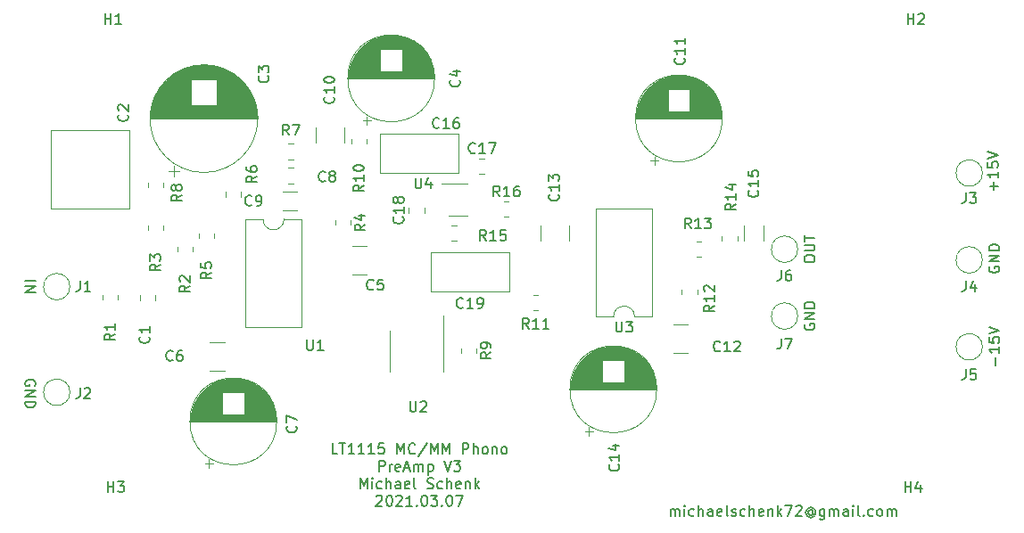
<source format=gbr>
G04 #@! TF.GenerationSoftware,KiCad,Pcbnew,(5.1.9-0-10_14)*
G04 #@! TF.CreationDate,2021-03-07T14:06:43+01:00*
G04 #@! TF.ProjectId,lt1115-phono-mm-mc,6c743131-3135-42d7-9068-6f6e6f2d6d6d,rev?*
G04 #@! TF.SameCoordinates,Original*
G04 #@! TF.FileFunction,Legend,Top*
G04 #@! TF.FilePolarity,Positive*
%FSLAX46Y46*%
G04 Gerber Fmt 4.6, Leading zero omitted, Abs format (unit mm)*
G04 Created by KiCad (PCBNEW (5.1.9-0-10_14)) date 2021-03-07 14:06:43*
%MOMM*%
%LPD*%
G01*
G04 APERTURE LIST*
%ADD10C,0.150000*%
%ADD11C,0.120000*%
G04 APERTURE END LIST*
D10*
X155789380Y-116824000D02*
X155789380Y-116633523D01*
X155837000Y-116538285D01*
X155932238Y-116443047D01*
X156122714Y-116395428D01*
X156456047Y-116395428D01*
X156646523Y-116443047D01*
X156741761Y-116538285D01*
X156789380Y-116633523D01*
X156789380Y-116824000D01*
X156741761Y-116919238D01*
X156646523Y-117014476D01*
X156456047Y-117062095D01*
X156122714Y-117062095D01*
X155932238Y-117014476D01*
X155837000Y-116919238D01*
X155789380Y-116824000D01*
X155789380Y-115966857D02*
X156598904Y-115966857D01*
X156694142Y-115919238D01*
X156741761Y-115871619D01*
X156789380Y-115776380D01*
X156789380Y-115585904D01*
X156741761Y-115490666D01*
X156694142Y-115443047D01*
X156598904Y-115395428D01*
X155789380Y-115395428D01*
X155789380Y-115062095D02*
X155789380Y-114490666D01*
X156789380Y-114776380D02*
X155789380Y-114776380D01*
X155837000Y-122935904D02*
X155789380Y-123031142D01*
X155789380Y-123174000D01*
X155837000Y-123316857D01*
X155932238Y-123412095D01*
X156027476Y-123459714D01*
X156217952Y-123507333D01*
X156360809Y-123507333D01*
X156551285Y-123459714D01*
X156646523Y-123412095D01*
X156741761Y-123316857D01*
X156789380Y-123174000D01*
X156789380Y-123078761D01*
X156741761Y-122935904D01*
X156694142Y-122888285D01*
X156360809Y-122888285D01*
X156360809Y-123078761D01*
X156789380Y-122459714D02*
X155789380Y-122459714D01*
X156789380Y-121888285D01*
X155789380Y-121888285D01*
X156789380Y-121412095D02*
X155789380Y-121412095D01*
X155789380Y-121174000D01*
X155837000Y-121031142D01*
X155932238Y-120935904D01*
X156027476Y-120888285D01*
X156217952Y-120840666D01*
X156360809Y-120840666D01*
X156551285Y-120888285D01*
X156646523Y-120935904D01*
X156741761Y-121031142D01*
X156789380Y-121174000D01*
X156789380Y-121412095D01*
X173363000Y-117474904D02*
X173315380Y-117570142D01*
X173315380Y-117713000D01*
X173363000Y-117855857D01*
X173458238Y-117951095D01*
X173553476Y-117998714D01*
X173743952Y-118046333D01*
X173886809Y-118046333D01*
X174077285Y-117998714D01*
X174172523Y-117951095D01*
X174267761Y-117855857D01*
X174315380Y-117713000D01*
X174315380Y-117617761D01*
X174267761Y-117474904D01*
X174220142Y-117427285D01*
X173886809Y-117427285D01*
X173886809Y-117617761D01*
X174315380Y-116998714D02*
X173315380Y-116998714D01*
X174315380Y-116427285D01*
X173315380Y-116427285D01*
X174315380Y-115951095D02*
X173315380Y-115951095D01*
X173315380Y-115713000D01*
X173363000Y-115570142D01*
X173458238Y-115474904D01*
X173553476Y-115427285D01*
X173743952Y-115379666D01*
X173886809Y-115379666D01*
X174077285Y-115427285D01*
X174172523Y-115474904D01*
X174267761Y-115570142D01*
X174315380Y-115713000D01*
X174315380Y-115951095D01*
X173934428Y-126856904D02*
X173934428Y-126095000D01*
X174315380Y-125095000D02*
X174315380Y-125666428D01*
X174315380Y-125380714D02*
X173315380Y-125380714D01*
X173458238Y-125475952D01*
X173553476Y-125571190D01*
X173601095Y-125666428D01*
X173315380Y-124190238D02*
X173315380Y-124666428D01*
X173791571Y-124714047D01*
X173743952Y-124666428D01*
X173696333Y-124571190D01*
X173696333Y-124333095D01*
X173743952Y-124237857D01*
X173791571Y-124190238D01*
X173886809Y-124142619D01*
X174124904Y-124142619D01*
X174220142Y-124190238D01*
X174267761Y-124237857D01*
X174315380Y-124333095D01*
X174315380Y-124571190D01*
X174267761Y-124666428D01*
X174220142Y-124714047D01*
X173315380Y-123856904D02*
X174315380Y-123523571D01*
X173315380Y-123190238D01*
X173807428Y-110219904D02*
X173807428Y-109458000D01*
X174188380Y-109838952D02*
X173426476Y-109838952D01*
X174188380Y-108458000D02*
X174188380Y-109029428D01*
X174188380Y-108743714D02*
X173188380Y-108743714D01*
X173331238Y-108838952D01*
X173426476Y-108934190D01*
X173474095Y-109029428D01*
X173188380Y-107553238D02*
X173188380Y-108029428D01*
X173664571Y-108077047D01*
X173616952Y-108029428D01*
X173569333Y-107934190D01*
X173569333Y-107696095D01*
X173616952Y-107600857D01*
X173664571Y-107553238D01*
X173759809Y-107505619D01*
X173997904Y-107505619D01*
X174093142Y-107553238D01*
X174140761Y-107600857D01*
X174188380Y-107696095D01*
X174188380Y-107934190D01*
X174140761Y-108029428D01*
X174093142Y-108077047D01*
X173188380Y-107219904D02*
X174188380Y-106886571D01*
X173188380Y-106553238D01*
X82796000Y-128778095D02*
X82843619Y-128682857D01*
X82843619Y-128540000D01*
X82796000Y-128397142D01*
X82700761Y-128301904D01*
X82605523Y-128254285D01*
X82415047Y-128206666D01*
X82272190Y-128206666D01*
X82081714Y-128254285D01*
X81986476Y-128301904D01*
X81891238Y-128397142D01*
X81843619Y-128540000D01*
X81843619Y-128635238D01*
X81891238Y-128778095D01*
X81938857Y-128825714D01*
X82272190Y-128825714D01*
X82272190Y-128635238D01*
X81843619Y-129254285D02*
X82843619Y-129254285D01*
X81843619Y-129825714D01*
X82843619Y-129825714D01*
X81843619Y-130301904D02*
X82843619Y-130301904D01*
X82843619Y-130540000D01*
X82796000Y-130682857D01*
X82700761Y-130778095D01*
X82605523Y-130825714D01*
X82415047Y-130873333D01*
X82272190Y-130873333D01*
X82081714Y-130825714D01*
X81986476Y-130778095D01*
X81891238Y-130682857D01*
X81843619Y-130540000D01*
X81843619Y-130301904D01*
X81843619Y-118856190D02*
X82843619Y-118856190D01*
X81843619Y-119332380D02*
X82843619Y-119332380D01*
X81843619Y-119903809D01*
X82843619Y-119903809D01*
X111467285Y-135264380D02*
X110991095Y-135264380D01*
X110991095Y-134264380D01*
X111657761Y-134264380D02*
X112229190Y-134264380D01*
X111943476Y-135264380D02*
X111943476Y-134264380D01*
X113086333Y-135264380D02*
X112514904Y-135264380D01*
X112800619Y-135264380D02*
X112800619Y-134264380D01*
X112705380Y-134407238D01*
X112610142Y-134502476D01*
X112514904Y-134550095D01*
X114038714Y-135264380D02*
X113467285Y-135264380D01*
X113753000Y-135264380D02*
X113753000Y-134264380D01*
X113657761Y-134407238D01*
X113562523Y-134502476D01*
X113467285Y-134550095D01*
X114991095Y-135264380D02*
X114419666Y-135264380D01*
X114705380Y-135264380D02*
X114705380Y-134264380D01*
X114610142Y-134407238D01*
X114514904Y-134502476D01*
X114419666Y-134550095D01*
X115895857Y-134264380D02*
X115419666Y-134264380D01*
X115372047Y-134740571D01*
X115419666Y-134692952D01*
X115514904Y-134645333D01*
X115753000Y-134645333D01*
X115848238Y-134692952D01*
X115895857Y-134740571D01*
X115943476Y-134835809D01*
X115943476Y-135073904D01*
X115895857Y-135169142D01*
X115848238Y-135216761D01*
X115753000Y-135264380D01*
X115514904Y-135264380D01*
X115419666Y-135216761D01*
X115372047Y-135169142D01*
X117133952Y-135264380D02*
X117133952Y-134264380D01*
X117467285Y-134978666D01*
X117800619Y-134264380D01*
X117800619Y-135264380D01*
X118848238Y-135169142D02*
X118800619Y-135216761D01*
X118657761Y-135264380D01*
X118562523Y-135264380D01*
X118419666Y-135216761D01*
X118324428Y-135121523D01*
X118276809Y-135026285D01*
X118229190Y-134835809D01*
X118229190Y-134692952D01*
X118276809Y-134502476D01*
X118324428Y-134407238D01*
X118419666Y-134312000D01*
X118562523Y-134264380D01*
X118657761Y-134264380D01*
X118800619Y-134312000D01*
X118848238Y-134359619D01*
X119991095Y-134216761D02*
X119133952Y-135502476D01*
X120324428Y-135264380D02*
X120324428Y-134264380D01*
X120657761Y-134978666D01*
X120991095Y-134264380D01*
X120991095Y-135264380D01*
X121467285Y-135264380D02*
X121467285Y-134264380D01*
X121800619Y-134978666D01*
X122133952Y-134264380D01*
X122133952Y-135264380D01*
X123372047Y-135264380D02*
X123372047Y-134264380D01*
X123753000Y-134264380D01*
X123848238Y-134312000D01*
X123895857Y-134359619D01*
X123943476Y-134454857D01*
X123943476Y-134597714D01*
X123895857Y-134692952D01*
X123848238Y-134740571D01*
X123753000Y-134788190D01*
X123372047Y-134788190D01*
X124372047Y-135264380D02*
X124372047Y-134264380D01*
X124800619Y-135264380D02*
X124800619Y-134740571D01*
X124753000Y-134645333D01*
X124657761Y-134597714D01*
X124514904Y-134597714D01*
X124419666Y-134645333D01*
X124372047Y-134692952D01*
X125419666Y-135264380D02*
X125324428Y-135216761D01*
X125276809Y-135169142D01*
X125229190Y-135073904D01*
X125229190Y-134788190D01*
X125276809Y-134692952D01*
X125324428Y-134645333D01*
X125419666Y-134597714D01*
X125562523Y-134597714D01*
X125657761Y-134645333D01*
X125705380Y-134692952D01*
X125753000Y-134788190D01*
X125753000Y-135073904D01*
X125705380Y-135169142D01*
X125657761Y-135216761D01*
X125562523Y-135264380D01*
X125419666Y-135264380D01*
X126181571Y-134597714D02*
X126181571Y-135264380D01*
X126181571Y-134692952D02*
X126229190Y-134645333D01*
X126324428Y-134597714D01*
X126467285Y-134597714D01*
X126562523Y-134645333D01*
X126610142Y-134740571D01*
X126610142Y-135264380D01*
X127229190Y-135264380D02*
X127133952Y-135216761D01*
X127086333Y-135169142D01*
X127038714Y-135073904D01*
X127038714Y-134788190D01*
X127086333Y-134692952D01*
X127133952Y-134645333D01*
X127229190Y-134597714D01*
X127372047Y-134597714D01*
X127467285Y-134645333D01*
X127514904Y-134692952D01*
X127562523Y-134788190D01*
X127562523Y-135073904D01*
X127514904Y-135169142D01*
X127467285Y-135216761D01*
X127372047Y-135264380D01*
X127229190Y-135264380D01*
X115419666Y-136914380D02*
X115419666Y-135914380D01*
X115800619Y-135914380D01*
X115895857Y-135962000D01*
X115943476Y-136009619D01*
X115991095Y-136104857D01*
X115991095Y-136247714D01*
X115943476Y-136342952D01*
X115895857Y-136390571D01*
X115800619Y-136438190D01*
X115419666Y-136438190D01*
X116419666Y-136914380D02*
X116419666Y-136247714D01*
X116419666Y-136438190D02*
X116467285Y-136342952D01*
X116514904Y-136295333D01*
X116610142Y-136247714D01*
X116705380Y-136247714D01*
X117419666Y-136866761D02*
X117324428Y-136914380D01*
X117133952Y-136914380D01*
X117038714Y-136866761D01*
X116991095Y-136771523D01*
X116991095Y-136390571D01*
X117038714Y-136295333D01*
X117133952Y-136247714D01*
X117324428Y-136247714D01*
X117419666Y-136295333D01*
X117467285Y-136390571D01*
X117467285Y-136485809D01*
X116991095Y-136581047D01*
X117848238Y-136628666D02*
X118324428Y-136628666D01*
X117753000Y-136914380D02*
X118086333Y-135914380D01*
X118419666Y-136914380D01*
X118753000Y-136914380D02*
X118753000Y-136247714D01*
X118753000Y-136342952D02*
X118800619Y-136295333D01*
X118895857Y-136247714D01*
X119038714Y-136247714D01*
X119133952Y-136295333D01*
X119181571Y-136390571D01*
X119181571Y-136914380D01*
X119181571Y-136390571D02*
X119229190Y-136295333D01*
X119324428Y-136247714D01*
X119467285Y-136247714D01*
X119562523Y-136295333D01*
X119610142Y-136390571D01*
X119610142Y-136914380D01*
X120086333Y-136247714D02*
X120086333Y-137247714D01*
X120086333Y-136295333D02*
X120181571Y-136247714D01*
X120372047Y-136247714D01*
X120467285Y-136295333D01*
X120514904Y-136342952D01*
X120562523Y-136438190D01*
X120562523Y-136723904D01*
X120514904Y-136819142D01*
X120467285Y-136866761D01*
X120372047Y-136914380D01*
X120181571Y-136914380D01*
X120086333Y-136866761D01*
X121610142Y-135914380D02*
X121943476Y-136914380D01*
X122276809Y-135914380D01*
X122514904Y-135914380D02*
X123133952Y-135914380D01*
X122800619Y-136295333D01*
X122943476Y-136295333D01*
X123038714Y-136342952D01*
X123086333Y-136390571D01*
X123133952Y-136485809D01*
X123133952Y-136723904D01*
X123086333Y-136819142D01*
X123038714Y-136866761D01*
X122943476Y-136914380D01*
X122657761Y-136914380D01*
X122562523Y-136866761D01*
X122514904Y-136819142D01*
X113633952Y-138564380D02*
X113633952Y-137564380D01*
X113967285Y-138278666D01*
X114300619Y-137564380D01*
X114300619Y-138564380D01*
X114776809Y-138564380D02*
X114776809Y-137897714D01*
X114776809Y-137564380D02*
X114729190Y-137612000D01*
X114776809Y-137659619D01*
X114824428Y-137612000D01*
X114776809Y-137564380D01*
X114776809Y-137659619D01*
X115681571Y-138516761D02*
X115586333Y-138564380D01*
X115395857Y-138564380D01*
X115300619Y-138516761D01*
X115253000Y-138469142D01*
X115205380Y-138373904D01*
X115205380Y-138088190D01*
X115253000Y-137992952D01*
X115300619Y-137945333D01*
X115395857Y-137897714D01*
X115586333Y-137897714D01*
X115681571Y-137945333D01*
X116110142Y-138564380D02*
X116110142Y-137564380D01*
X116538714Y-138564380D02*
X116538714Y-138040571D01*
X116491095Y-137945333D01*
X116395857Y-137897714D01*
X116253000Y-137897714D01*
X116157761Y-137945333D01*
X116110142Y-137992952D01*
X117443476Y-138564380D02*
X117443476Y-138040571D01*
X117395857Y-137945333D01*
X117300619Y-137897714D01*
X117110142Y-137897714D01*
X117014904Y-137945333D01*
X117443476Y-138516761D02*
X117348238Y-138564380D01*
X117110142Y-138564380D01*
X117014904Y-138516761D01*
X116967285Y-138421523D01*
X116967285Y-138326285D01*
X117014904Y-138231047D01*
X117110142Y-138183428D01*
X117348238Y-138183428D01*
X117443476Y-138135809D01*
X118300619Y-138516761D02*
X118205380Y-138564380D01*
X118014904Y-138564380D01*
X117919666Y-138516761D01*
X117872047Y-138421523D01*
X117872047Y-138040571D01*
X117919666Y-137945333D01*
X118014904Y-137897714D01*
X118205380Y-137897714D01*
X118300619Y-137945333D01*
X118348238Y-138040571D01*
X118348238Y-138135809D01*
X117872047Y-138231047D01*
X118919666Y-138564380D02*
X118824428Y-138516761D01*
X118776809Y-138421523D01*
X118776809Y-137564380D01*
X120014904Y-138516761D02*
X120157761Y-138564380D01*
X120395857Y-138564380D01*
X120491095Y-138516761D01*
X120538714Y-138469142D01*
X120586333Y-138373904D01*
X120586333Y-138278666D01*
X120538714Y-138183428D01*
X120491095Y-138135809D01*
X120395857Y-138088190D01*
X120205380Y-138040571D01*
X120110142Y-137992952D01*
X120062523Y-137945333D01*
X120014904Y-137850095D01*
X120014904Y-137754857D01*
X120062523Y-137659619D01*
X120110142Y-137612000D01*
X120205380Y-137564380D01*
X120443476Y-137564380D01*
X120586333Y-137612000D01*
X121443476Y-138516761D02*
X121348238Y-138564380D01*
X121157761Y-138564380D01*
X121062523Y-138516761D01*
X121014904Y-138469142D01*
X120967285Y-138373904D01*
X120967285Y-138088190D01*
X121014904Y-137992952D01*
X121062523Y-137945333D01*
X121157761Y-137897714D01*
X121348238Y-137897714D01*
X121443476Y-137945333D01*
X121872047Y-138564380D02*
X121872047Y-137564380D01*
X122300619Y-138564380D02*
X122300619Y-138040571D01*
X122253000Y-137945333D01*
X122157761Y-137897714D01*
X122014904Y-137897714D01*
X121919666Y-137945333D01*
X121872047Y-137992952D01*
X123157761Y-138516761D02*
X123062523Y-138564380D01*
X122872047Y-138564380D01*
X122776809Y-138516761D01*
X122729190Y-138421523D01*
X122729190Y-138040571D01*
X122776809Y-137945333D01*
X122872047Y-137897714D01*
X123062523Y-137897714D01*
X123157761Y-137945333D01*
X123205380Y-138040571D01*
X123205380Y-138135809D01*
X122729190Y-138231047D01*
X123633952Y-137897714D02*
X123633952Y-138564380D01*
X123633952Y-137992952D02*
X123681571Y-137945333D01*
X123776809Y-137897714D01*
X123919666Y-137897714D01*
X124014904Y-137945333D01*
X124062523Y-138040571D01*
X124062523Y-138564380D01*
X124538714Y-138564380D02*
X124538714Y-137564380D01*
X124633952Y-138183428D02*
X124919666Y-138564380D01*
X124919666Y-137897714D02*
X124538714Y-138278666D01*
X115157761Y-139309619D02*
X115205380Y-139262000D01*
X115300619Y-139214380D01*
X115538714Y-139214380D01*
X115633952Y-139262000D01*
X115681571Y-139309619D01*
X115729190Y-139404857D01*
X115729190Y-139500095D01*
X115681571Y-139642952D01*
X115110142Y-140214380D01*
X115729190Y-140214380D01*
X116348238Y-139214380D02*
X116443476Y-139214380D01*
X116538714Y-139262000D01*
X116586333Y-139309619D01*
X116633952Y-139404857D01*
X116681571Y-139595333D01*
X116681571Y-139833428D01*
X116633952Y-140023904D01*
X116586333Y-140119142D01*
X116538714Y-140166761D01*
X116443476Y-140214380D01*
X116348238Y-140214380D01*
X116253000Y-140166761D01*
X116205380Y-140119142D01*
X116157761Y-140023904D01*
X116110142Y-139833428D01*
X116110142Y-139595333D01*
X116157761Y-139404857D01*
X116205380Y-139309619D01*
X116253000Y-139262000D01*
X116348238Y-139214380D01*
X117062523Y-139309619D02*
X117110142Y-139262000D01*
X117205380Y-139214380D01*
X117443476Y-139214380D01*
X117538714Y-139262000D01*
X117586333Y-139309619D01*
X117633952Y-139404857D01*
X117633952Y-139500095D01*
X117586333Y-139642952D01*
X117014904Y-140214380D01*
X117633952Y-140214380D01*
X118586333Y-140214380D02*
X118014904Y-140214380D01*
X118300619Y-140214380D02*
X118300619Y-139214380D01*
X118205380Y-139357238D01*
X118110142Y-139452476D01*
X118014904Y-139500095D01*
X119014904Y-140119142D02*
X119062523Y-140166761D01*
X119014904Y-140214380D01*
X118967285Y-140166761D01*
X119014904Y-140119142D01*
X119014904Y-140214380D01*
X119681571Y-139214380D02*
X119776809Y-139214380D01*
X119872047Y-139262000D01*
X119919666Y-139309619D01*
X119967285Y-139404857D01*
X120014904Y-139595333D01*
X120014904Y-139833428D01*
X119967285Y-140023904D01*
X119919666Y-140119142D01*
X119872047Y-140166761D01*
X119776809Y-140214380D01*
X119681571Y-140214380D01*
X119586333Y-140166761D01*
X119538714Y-140119142D01*
X119491095Y-140023904D01*
X119443476Y-139833428D01*
X119443476Y-139595333D01*
X119491095Y-139404857D01*
X119538714Y-139309619D01*
X119586333Y-139262000D01*
X119681571Y-139214380D01*
X120348238Y-139214380D02*
X120967285Y-139214380D01*
X120633952Y-139595333D01*
X120776809Y-139595333D01*
X120872047Y-139642952D01*
X120919666Y-139690571D01*
X120967285Y-139785809D01*
X120967285Y-140023904D01*
X120919666Y-140119142D01*
X120872047Y-140166761D01*
X120776809Y-140214380D01*
X120491095Y-140214380D01*
X120395857Y-140166761D01*
X120348238Y-140119142D01*
X121395857Y-140119142D02*
X121443476Y-140166761D01*
X121395857Y-140214380D01*
X121348238Y-140166761D01*
X121395857Y-140119142D01*
X121395857Y-140214380D01*
X122062523Y-139214380D02*
X122157761Y-139214380D01*
X122253000Y-139262000D01*
X122300619Y-139309619D01*
X122348238Y-139404857D01*
X122395857Y-139595333D01*
X122395857Y-139833428D01*
X122348238Y-140023904D01*
X122300619Y-140119142D01*
X122253000Y-140166761D01*
X122157761Y-140214380D01*
X122062523Y-140214380D01*
X121967285Y-140166761D01*
X121919666Y-140119142D01*
X121872047Y-140023904D01*
X121824428Y-139833428D01*
X121824428Y-139595333D01*
X121872047Y-139404857D01*
X121919666Y-139309619D01*
X121967285Y-139262000D01*
X122062523Y-139214380D01*
X122729190Y-139214380D02*
X123395857Y-139214380D01*
X122967285Y-140214380D01*
X143082714Y-141168380D02*
X143082714Y-140501714D01*
X143082714Y-140596952D02*
X143130333Y-140549333D01*
X143225571Y-140501714D01*
X143368428Y-140501714D01*
X143463666Y-140549333D01*
X143511285Y-140644571D01*
X143511285Y-141168380D01*
X143511285Y-140644571D02*
X143558904Y-140549333D01*
X143654142Y-140501714D01*
X143797000Y-140501714D01*
X143892238Y-140549333D01*
X143939857Y-140644571D01*
X143939857Y-141168380D01*
X144416047Y-141168380D02*
X144416047Y-140501714D01*
X144416047Y-140168380D02*
X144368428Y-140216000D01*
X144416047Y-140263619D01*
X144463666Y-140216000D01*
X144416047Y-140168380D01*
X144416047Y-140263619D01*
X145320809Y-141120761D02*
X145225571Y-141168380D01*
X145035095Y-141168380D01*
X144939857Y-141120761D01*
X144892238Y-141073142D01*
X144844619Y-140977904D01*
X144844619Y-140692190D01*
X144892238Y-140596952D01*
X144939857Y-140549333D01*
X145035095Y-140501714D01*
X145225571Y-140501714D01*
X145320809Y-140549333D01*
X145749380Y-141168380D02*
X145749380Y-140168380D01*
X146177952Y-141168380D02*
X146177952Y-140644571D01*
X146130333Y-140549333D01*
X146035095Y-140501714D01*
X145892238Y-140501714D01*
X145797000Y-140549333D01*
X145749380Y-140596952D01*
X147082714Y-141168380D02*
X147082714Y-140644571D01*
X147035095Y-140549333D01*
X146939857Y-140501714D01*
X146749380Y-140501714D01*
X146654142Y-140549333D01*
X147082714Y-141120761D02*
X146987476Y-141168380D01*
X146749380Y-141168380D01*
X146654142Y-141120761D01*
X146606523Y-141025523D01*
X146606523Y-140930285D01*
X146654142Y-140835047D01*
X146749380Y-140787428D01*
X146987476Y-140787428D01*
X147082714Y-140739809D01*
X147939857Y-141120761D02*
X147844619Y-141168380D01*
X147654142Y-141168380D01*
X147558904Y-141120761D01*
X147511285Y-141025523D01*
X147511285Y-140644571D01*
X147558904Y-140549333D01*
X147654142Y-140501714D01*
X147844619Y-140501714D01*
X147939857Y-140549333D01*
X147987476Y-140644571D01*
X147987476Y-140739809D01*
X147511285Y-140835047D01*
X148558904Y-141168380D02*
X148463666Y-141120761D01*
X148416047Y-141025523D01*
X148416047Y-140168380D01*
X148892238Y-141120761D02*
X148987476Y-141168380D01*
X149177952Y-141168380D01*
X149273190Y-141120761D01*
X149320809Y-141025523D01*
X149320809Y-140977904D01*
X149273190Y-140882666D01*
X149177952Y-140835047D01*
X149035095Y-140835047D01*
X148939857Y-140787428D01*
X148892238Y-140692190D01*
X148892238Y-140644571D01*
X148939857Y-140549333D01*
X149035095Y-140501714D01*
X149177952Y-140501714D01*
X149273190Y-140549333D01*
X150177952Y-141120761D02*
X150082714Y-141168380D01*
X149892238Y-141168380D01*
X149797000Y-141120761D01*
X149749380Y-141073142D01*
X149701761Y-140977904D01*
X149701761Y-140692190D01*
X149749380Y-140596952D01*
X149797000Y-140549333D01*
X149892238Y-140501714D01*
X150082714Y-140501714D01*
X150177952Y-140549333D01*
X150606523Y-141168380D02*
X150606523Y-140168380D01*
X151035095Y-141168380D02*
X151035095Y-140644571D01*
X150987476Y-140549333D01*
X150892238Y-140501714D01*
X150749380Y-140501714D01*
X150654142Y-140549333D01*
X150606523Y-140596952D01*
X151892238Y-141120761D02*
X151797000Y-141168380D01*
X151606523Y-141168380D01*
X151511285Y-141120761D01*
X151463666Y-141025523D01*
X151463666Y-140644571D01*
X151511285Y-140549333D01*
X151606523Y-140501714D01*
X151797000Y-140501714D01*
X151892238Y-140549333D01*
X151939857Y-140644571D01*
X151939857Y-140739809D01*
X151463666Y-140835047D01*
X152368428Y-140501714D02*
X152368428Y-141168380D01*
X152368428Y-140596952D02*
X152416047Y-140549333D01*
X152511285Y-140501714D01*
X152654142Y-140501714D01*
X152749380Y-140549333D01*
X152797000Y-140644571D01*
X152797000Y-141168380D01*
X153273190Y-141168380D02*
X153273190Y-140168380D01*
X153368428Y-140787428D02*
X153654142Y-141168380D01*
X153654142Y-140501714D02*
X153273190Y-140882666D01*
X153987476Y-140168380D02*
X154654142Y-140168380D01*
X154225571Y-141168380D01*
X154987476Y-140263619D02*
X155035095Y-140216000D01*
X155130333Y-140168380D01*
X155368428Y-140168380D01*
X155463666Y-140216000D01*
X155511285Y-140263619D01*
X155558904Y-140358857D01*
X155558904Y-140454095D01*
X155511285Y-140596952D01*
X154939857Y-141168380D01*
X155558904Y-141168380D01*
X156606523Y-140692190D02*
X156558904Y-140644571D01*
X156463666Y-140596952D01*
X156368428Y-140596952D01*
X156273190Y-140644571D01*
X156225571Y-140692190D01*
X156177952Y-140787428D01*
X156177952Y-140882666D01*
X156225571Y-140977904D01*
X156273190Y-141025523D01*
X156368428Y-141073142D01*
X156463666Y-141073142D01*
X156558904Y-141025523D01*
X156606523Y-140977904D01*
X156606523Y-140596952D02*
X156606523Y-140977904D01*
X156654142Y-141025523D01*
X156701761Y-141025523D01*
X156797000Y-140977904D01*
X156844619Y-140882666D01*
X156844619Y-140644571D01*
X156749380Y-140501714D01*
X156606523Y-140406476D01*
X156416047Y-140358857D01*
X156225571Y-140406476D01*
X156082714Y-140501714D01*
X155987476Y-140644571D01*
X155939857Y-140835047D01*
X155987476Y-141025523D01*
X156082714Y-141168380D01*
X156225571Y-141263619D01*
X156416047Y-141311238D01*
X156606523Y-141263619D01*
X156749380Y-141168380D01*
X157701761Y-140501714D02*
X157701761Y-141311238D01*
X157654142Y-141406476D01*
X157606523Y-141454095D01*
X157511285Y-141501714D01*
X157368428Y-141501714D01*
X157273190Y-141454095D01*
X157701761Y-141120761D02*
X157606523Y-141168380D01*
X157416047Y-141168380D01*
X157320809Y-141120761D01*
X157273190Y-141073142D01*
X157225571Y-140977904D01*
X157225571Y-140692190D01*
X157273190Y-140596952D01*
X157320809Y-140549333D01*
X157416047Y-140501714D01*
X157606523Y-140501714D01*
X157701761Y-140549333D01*
X158177952Y-141168380D02*
X158177952Y-140501714D01*
X158177952Y-140596952D02*
X158225571Y-140549333D01*
X158320809Y-140501714D01*
X158463666Y-140501714D01*
X158558904Y-140549333D01*
X158606523Y-140644571D01*
X158606523Y-141168380D01*
X158606523Y-140644571D02*
X158654142Y-140549333D01*
X158749380Y-140501714D01*
X158892238Y-140501714D01*
X158987476Y-140549333D01*
X159035095Y-140644571D01*
X159035095Y-141168380D01*
X159939857Y-141168380D02*
X159939857Y-140644571D01*
X159892238Y-140549333D01*
X159797000Y-140501714D01*
X159606523Y-140501714D01*
X159511285Y-140549333D01*
X159939857Y-141120761D02*
X159844619Y-141168380D01*
X159606523Y-141168380D01*
X159511285Y-141120761D01*
X159463666Y-141025523D01*
X159463666Y-140930285D01*
X159511285Y-140835047D01*
X159606523Y-140787428D01*
X159844619Y-140787428D01*
X159939857Y-140739809D01*
X160416047Y-141168380D02*
X160416047Y-140501714D01*
X160416047Y-140168380D02*
X160368428Y-140216000D01*
X160416047Y-140263619D01*
X160463666Y-140216000D01*
X160416047Y-140168380D01*
X160416047Y-140263619D01*
X161035095Y-141168380D02*
X160939857Y-141120761D01*
X160892238Y-141025523D01*
X160892238Y-140168380D01*
X161416047Y-141073142D02*
X161463666Y-141120761D01*
X161416047Y-141168380D01*
X161368428Y-141120761D01*
X161416047Y-141073142D01*
X161416047Y-141168380D01*
X162320809Y-141120761D02*
X162225571Y-141168380D01*
X162035095Y-141168380D01*
X161939857Y-141120761D01*
X161892238Y-141073142D01*
X161844619Y-140977904D01*
X161844619Y-140692190D01*
X161892238Y-140596952D01*
X161939857Y-140549333D01*
X162035095Y-140501714D01*
X162225571Y-140501714D01*
X162320809Y-140549333D01*
X162892238Y-141168380D02*
X162797000Y-141120761D01*
X162749380Y-141073142D01*
X162701761Y-140977904D01*
X162701761Y-140692190D01*
X162749380Y-140596952D01*
X162797000Y-140549333D01*
X162892238Y-140501714D01*
X163035095Y-140501714D01*
X163130333Y-140549333D01*
X163177952Y-140596952D01*
X163225571Y-140692190D01*
X163225571Y-140977904D01*
X163177952Y-141073142D01*
X163130333Y-141120761D01*
X163035095Y-141168380D01*
X162892238Y-141168380D01*
X163654142Y-141168380D02*
X163654142Y-140501714D01*
X163654142Y-140596952D02*
X163701761Y-140549333D01*
X163797000Y-140501714D01*
X163939857Y-140501714D01*
X164035095Y-140549333D01*
X164082714Y-140644571D01*
X164082714Y-141168380D01*
X164082714Y-140644571D02*
X164130333Y-140549333D01*
X164225571Y-140501714D01*
X164368428Y-140501714D01*
X164463666Y-140549333D01*
X164511285Y-140644571D01*
X164511285Y-141168380D01*
D11*
X139684000Y-122234000D02*
X141334000Y-122234000D01*
X141334000Y-122234000D02*
X141334000Y-111954000D01*
X141334000Y-111954000D02*
X136034000Y-111954000D01*
X136034000Y-111954000D02*
X136034000Y-122234000D01*
X136034000Y-122234000D02*
X137684000Y-122234000D01*
X137684000Y-122234000D02*
G75*
G02*
X139684000Y-122234000I1000000J0D01*
G01*
X112749000Y-113072936D02*
X112749000Y-113527064D01*
X111279000Y-113072936D02*
X111279000Y-113527064D01*
X123776000Y-109554000D02*
X121346000Y-109554000D01*
X122016000Y-112624000D02*
X123776000Y-112624000D01*
X121559000Y-125541000D02*
X121559000Y-122091000D01*
X121559000Y-125541000D02*
X121559000Y-127491000D01*
X116439000Y-125541000D02*
X116439000Y-123591000D01*
X116439000Y-125541000D02*
X116439000Y-127491000D01*
X108060000Y-112970000D02*
X106410000Y-112970000D01*
X108060000Y-123250000D02*
X108060000Y-112970000D01*
X102760000Y-123250000D02*
X108060000Y-123250000D01*
X102760000Y-112970000D02*
X102760000Y-123250000D01*
X104410000Y-112970000D02*
X102760000Y-112970000D01*
X106410000Y-112970000D02*
G75*
G02*
X104410000Y-112970000I-1000000J0D01*
G01*
X127296936Y-112749000D02*
X127751064Y-112749000D01*
X127296936Y-111279000D02*
X127751064Y-111279000D01*
X122311936Y-115035000D02*
X122766064Y-115035000D01*
X122311936Y-113565000D02*
X122766064Y-113565000D01*
X149452000Y-115051064D02*
X149452000Y-114596936D01*
X147982000Y-115051064D02*
X147982000Y-114596936D01*
X146023064Y-115089000D02*
X145568936Y-115089000D01*
X146023064Y-116559000D02*
X145568936Y-116559000D01*
X145642000Y-120131064D02*
X145642000Y-119676936D01*
X144172000Y-120131064D02*
X144172000Y-119676936D01*
X130513064Y-120169000D02*
X130058936Y-120169000D01*
X130513064Y-121639000D02*
X130058936Y-121639000D01*
X112803000Y-105325936D02*
X112803000Y-105780064D01*
X114273000Y-105325936D02*
X114273000Y-105780064D01*
X123217000Y-125232936D02*
X123217000Y-125687064D01*
X124687000Y-125232936D02*
X124687000Y-125687064D01*
X93499000Y-109516936D02*
X93499000Y-109971064D01*
X94969000Y-109516936D02*
X94969000Y-109971064D01*
X107272064Y-105818000D02*
X106817936Y-105818000D01*
X107272064Y-107288000D02*
X106817936Y-107288000D01*
X100865000Y-110389936D02*
X100865000Y-110844064D01*
X102335000Y-110389936D02*
X102335000Y-110844064D01*
X98325000Y-114342936D02*
X98325000Y-114797064D01*
X99795000Y-114342936D02*
X99795000Y-114797064D01*
X94969000Y-114035064D02*
X94969000Y-113580936D01*
X93499000Y-114035064D02*
X93499000Y-113580936D01*
X97763000Y-116067064D02*
X97763000Y-115612936D01*
X96293000Y-116067064D02*
X96293000Y-115612936D01*
X89181000Y-120152936D02*
X89181000Y-120607064D01*
X90651000Y-120152936D02*
X90651000Y-120607064D01*
X155175000Y-122174000D02*
G75*
G03*
X155175000Y-122174000I-1251000J0D01*
G01*
X155175000Y-115824000D02*
G75*
G03*
X155175000Y-115824000I-1251000J0D01*
G01*
X172701000Y-125095000D02*
G75*
G03*
X172701000Y-125095000I-1251000J0D01*
G01*
X172701000Y-116840000D02*
G75*
G03*
X172701000Y-116840000I-1251000J0D01*
G01*
X172701000Y-108585000D02*
G75*
G03*
X172701000Y-108585000I-1251000J0D01*
G01*
X86087000Y-129413000D02*
G75*
G03*
X86087000Y-129413000I-1251000J0D01*
G01*
X86087000Y-119380000D02*
G75*
G03*
X86087000Y-119380000I-1251000J0D01*
G01*
X120319000Y-119853000D02*
X120319000Y-116113000D01*
X127759000Y-119853000D02*
X127759000Y-116113000D01*
X127759000Y-116113000D02*
X120319000Y-116113000D01*
X127759000Y-119853000D02*
X120319000Y-119853000D01*
X119734000Y-112380752D02*
X119734000Y-111858248D01*
X118264000Y-112380752D02*
X118264000Y-111858248D01*
X124939248Y-108685000D02*
X125461752Y-108685000D01*
X124939248Y-107215000D02*
X125461752Y-107215000D01*
X122933000Y-104810000D02*
X122933000Y-108550000D01*
X115493000Y-104810000D02*
X115493000Y-108550000D01*
X115493000Y-108550000D02*
X122933000Y-108550000D01*
X115493000Y-104810000D02*
X122933000Y-104810000D01*
X151913000Y-114972752D02*
X151913000Y-113550248D01*
X150093000Y-114972752D02*
X150093000Y-113550248D01*
X134953000Y-133140698D02*
X135753000Y-133140698D01*
X135353000Y-133540698D02*
X135353000Y-132740698D01*
X137135000Y-125050000D02*
X138201000Y-125050000D01*
X136900000Y-125090000D02*
X138436000Y-125090000D01*
X136720000Y-125130000D02*
X138616000Y-125130000D01*
X136570000Y-125170000D02*
X138766000Y-125170000D01*
X136439000Y-125210000D02*
X138897000Y-125210000D01*
X136322000Y-125250000D02*
X139014000Y-125250000D01*
X136215000Y-125290000D02*
X139121000Y-125290000D01*
X136116000Y-125330000D02*
X139220000Y-125330000D01*
X136023000Y-125370000D02*
X139313000Y-125370000D01*
X135937000Y-125410000D02*
X139399000Y-125410000D01*
X135855000Y-125450000D02*
X139481000Y-125450000D01*
X135778000Y-125490000D02*
X139558000Y-125490000D01*
X135704000Y-125530000D02*
X139632000Y-125530000D01*
X135634000Y-125570000D02*
X139702000Y-125570000D01*
X135566000Y-125610000D02*
X139770000Y-125610000D01*
X135502000Y-125650000D02*
X139834000Y-125650000D01*
X135440000Y-125690000D02*
X139896000Y-125690000D01*
X135381000Y-125730000D02*
X139955000Y-125730000D01*
X135323000Y-125770000D02*
X140013000Y-125770000D01*
X135268000Y-125810000D02*
X140068000Y-125810000D01*
X135214000Y-125850000D02*
X140122000Y-125850000D01*
X135163000Y-125890000D02*
X140173000Y-125890000D01*
X135112000Y-125930000D02*
X140224000Y-125930000D01*
X135064000Y-125970000D02*
X140272000Y-125970000D01*
X135017000Y-126010000D02*
X140319000Y-126010000D01*
X134971000Y-126050000D02*
X140365000Y-126050000D01*
X134927000Y-126090000D02*
X140409000Y-126090000D01*
X134884000Y-126130000D02*
X140452000Y-126130000D01*
X134842000Y-126170000D02*
X140494000Y-126170000D01*
X134801000Y-126210000D02*
X140535000Y-126210000D01*
X134761000Y-126250000D02*
X140575000Y-126250000D01*
X134723000Y-126290000D02*
X140613000Y-126290000D01*
X134685000Y-126330000D02*
X140651000Y-126330000D01*
X138708000Y-126370000D02*
X140687000Y-126370000D01*
X134649000Y-126370000D02*
X136628000Y-126370000D01*
X138708000Y-126410000D02*
X140723000Y-126410000D01*
X134613000Y-126410000D02*
X136628000Y-126410000D01*
X138708000Y-126450000D02*
X140758000Y-126450000D01*
X134578000Y-126450000D02*
X136628000Y-126450000D01*
X138708000Y-126490000D02*
X140792000Y-126490000D01*
X134544000Y-126490000D02*
X136628000Y-126490000D01*
X138708000Y-126530000D02*
X140824000Y-126530000D01*
X134512000Y-126530000D02*
X136628000Y-126530000D01*
X138708000Y-126570000D02*
X140857000Y-126570000D01*
X134479000Y-126570000D02*
X136628000Y-126570000D01*
X138708000Y-126610000D02*
X140888000Y-126610000D01*
X134448000Y-126610000D02*
X136628000Y-126610000D01*
X138708000Y-126650000D02*
X140918000Y-126650000D01*
X134418000Y-126650000D02*
X136628000Y-126650000D01*
X138708000Y-126690000D02*
X140948000Y-126690000D01*
X134388000Y-126690000D02*
X136628000Y-126690000D01*
X138708000Y-126730000D02*
X140977000Y-126730000D01*
X134359000Y-126730000D02*
X136628000Y-126730000D01*
X138708000Y-126770000D02*
X141006000Y-126770000D01*
X134330000Y-126770000D02*
X136628000Y-126770000D01*
X138708000Y-126810000D02*
X141033000Y-126810000D01*
X134303000Y-126810000D02*
X136628000Y-126810000D01*
X138708000Y-126850000D02*
X141060000Y-126850000D01*
X134276000Y-126850000D02*
X136628000Y-126850000D01*
X138708000Y-126890000D02*
X141086000Y-126890000D01*
X134250000Y-126890000D02*
X136628000Y-126890000D01*
X138708000Y-126930000D02*
X141112000Y-126930000D01*
X134224000Y-126930000D02*
X136628000Y-126930000D01*
X138708000Y-126970000D02*
X141137000Y-126970000D01*
X134199000Y-126970000D02*
X136628000Y-126970000D01*
X138708000Y-127010000D02*
X141161000Y-127010000D01*
X134175000Y-127010000D02*
X136628000Y-127010000D01*
X138708000Y-127050000D02*
X141185000Y-127050000D01*
X134151000Y-127050000D02*
X136628000Y-127050000D01*
X138708000Y-127090000D02*
X141208000Y-127090000D01*
X134128000Y-127090000D02*
X136628000Y-127090000D01*
X138708000Y-127130000D02*
X141230000Y-127130000D01*
X134106000Y-127130000D02*
X136628000Y-127130000D01*
X138708000Y-127170000D02*
X141252000Y-127170000D01*
X134084000Y-127170000D02*
X136628000Y-127170000D01*
X138708000Y-127210000D02*
X141274000Y-127210000D01*
X134062000Y-127210000D02*
X136628000Y-127210000D01*
X138708000Y-127250000D02*
X141295000Y-127250000D01*
X134041000Y-127250000D02*
X136628000Y-127250000D01*
X138708000Y-127290000D02*
X141315000Y-127290000D01*
X134021000Y-127290000D02*
X136628000Y-127290000D01*
X138708000Y-127330000D02*
X141334000Y-127330000D01*
X134002000Y-127330000D02*
X136628000Y-127330000D01*
X138708000Y-127370000D02*
X141354000Y-127370000D01*
X133982000Y-127370000D02*
X136628000Y-127370000D01*
X138708000Y-127410000D02*
X141372000Y-127410000D01*
X133964000Y-127410000D02*
X136628000Y-127410000D01*
X138708000Y-127450000D02*
X141390000Y-127450000D01*
X133946000Y-127450000D02*
X136628000Y-127450000D01*
X138708000Y-127490000D02*
X141408000Y-127490000D01*
X133928000Y-127490000D02*
X136628000Y-127490000D01*
X138708000Y-127530000D02*
X141425000Y-127530000D01*
X133911000Y-127530000D02*
X136628000Y-127530000D01*
X138708000Y-127570000D02*
X141442000Y-127570000D01*
X133894000Y-127570000D02*
X136628000Y-127570000D01*
X138708000Y-127610000D02*
X141458000Y-127610000D01*
X133878000Y-127610000D02*
X136628000Y-127610000D01*
X138708000Y-127650000D02*
X141473000Y-127650000D01*
X133863000Y-127650000D02*
X136628000Y-127650000D01*
X138708000Y-127690000D02*
X141489000Y-127690000D01*
X133847000Y-127690000D02*
X136628000Y-127690000D01*
X138708000Y-127730000D02*
X141503000Y-127730000D01*
X133833000Y-127730000D02*
X136628000Y-127730000D01*
X138708000Y-127770000D02*
X141518000Y-127770000D01*
X133818000Y-127770000D02*
X136628000Y-127770000D01*
X138708000Y-127810000D02*
X141531000Y-127810000D01*
X133805000Y-127810000D02*
X136628000Y-127810000D01*
X138708000Y-127850000D02*
X141545000Y-127850000D01*
X133791000Y-127850000D02*
X136628000Y-127850000D01*
X138708000Y-127890000D02*
X141557000Y-127890000D01*
X133779000Y-127890000D02*
X136628000Y-127890000D01*
X138708000Y-127930000D02*
X141570000Y-127930000D01*
X133766000Y-127930000D02*
X136628000Y-127930000D01*
X138708000Y-127970000D02*
X141582000Y-127970000D01*
X133754000Y-127970000D02*
X136628000Y-127970000D01*
X138708000Y-128010000D02*
X141593000Y-128010000D01*
X133743000Y-128010000D02*
X136628000Y-128010000D01*
X138708000Y-128050000D02*
X141604000Y-128050000D01*
X133732000Y-128050000D02*
X136628000Y-128050000D01*
X138708000Y-128090000D02*
X141615000Y-128090000D01*
X133721000Y-128090000D02*
X136628000Y-128090000D01*
X138708000Y-128130000D02*
X141625000Y-128130000D01*
X133711000Y-128130000D02*
X136628000Y-128130000D01*
X138708000Y-128170000D02*
X141635000Y-128170000D01*
X133701000Y-128170000D02*
X136628000Y-128170000D01*
X138708000Y-128210000D02*
X141644000Y-128210000D01*
X133692000Y-128210000D02*
X136628000Y-128210000D01*
X138708000Y-128250000D02*
X141653000Y-128250000D01*
X133683000Y-128250000D02*
X136628000Y-128250000D01*
X138708000Y-128290000D02*
X141662000Y-128290000D01*
X133674000Y-128290000D02*
X136628000Y-128290000D01*
X138708000Y-128330000D02*
X141670000Y-128330000D01*
X133666000Y-128330000D02*
X136628000Y-128330000D01*
X138708000Y-128370000D02*
X141678000Y-128370000D01*
X133658000Y-128370000D02*
X136628000Y-128370000D01*
X138708000Y-128410000D02*
X141685000Y-128410000D01*
X133651000Y-128410000D02*
X136628000Y-128410000D01*
X133644000Y-128451000D02*
X141692000Y-128451000D01*
X133638000Y-128491000D02*
X141698000Y-128491000D01*
X133631000Y-128531000D02*
X141705000Y-128531000D01*
X133626000Y-128571000D02*
X141710000Y-128571000D01*
X133620000Y-128611000D02*
X141716000Y-128611000D01*
X133616000Y-128651000D02*
X141720000Y-128651000D01*
X133611000Y-128691000D02*
X141725000Y-128691000D01*
X133607000Y-128731000D02*
X141729000Y-128731000D01*
X133603000Y-128771000D02*
X141733000Y-128771000D01*
X133600000Y-128811000D02*
X141736000Y-128811000D01*
X133597000Y-128851000D02*
X141739000Y-128851000D01*
X133594000Y-128891000D02*
X141742000Y-128891000D01*
X133592000Y-128931000D02*
X141744000Y-128931000D01*
X133591000Y-128971000D02*
X141745000Y-128971000D01*
X133589000Y-129011000D02*
X141747000Y-129011000D01*
X133588000Y-129051000D02*
X141748000Y-129051000D01*
X133588000Y-129091000D02*
X141748000Y-129091000D01*
X133588000Y-129131000D02*
X141748000Y-129131000D01*
X141788000Y-129131000D02*
G75*
G03*
X141788000Y-129131000I-4120000J0D01*
G01*
X130720000Y-113550248D02*
X130720000Y-114972752D01*
X133440000Y-113550248D02*
X133440000Y-114972752D01*
X143345248Y-125693000D02*
X144767752Y-125693000D01*
X143345248Y-122973000D02*
X144767752Y-122973000D01*
X141176000Y-107415698D02*
X141976000Y-107415698D01*
X141576000Y-107815698D02*
X141576000Y-107015698D01*
X143358000Y-99325000D02*
X144424000Y-99325000D01*
X143123000Y-99365000D02*
X144659000Y-99365000D01*
X142943000Y-99405000D02*
X144839000Y-99405000D01*
X142793000Y-99445000D02*
X144989000Y-99445000D01*
X142662000Y-99485000D02*
X145120000Y-99485000D01*
X142545000Y-99525000D02*
X145237000Y-99525000D01*
X142438000Y-99565000D02*
X145344000Y-99565000D01*
X142339000Y-99605000D02*
X145443000Y-99605000D01*
X142246000Y-99645000D02*
X145536000Y-99645000D01*
X142160000Y-99685000D02*
X145622000Y-99685000D01*
X142078000Y-99725000D02*
X145704000Y-99725000D01*
X142001000Y-99765000D02*
X145781000Y-99765000D01*
X141927000Y-99805000D02*
X145855000Y-99805000D01*
X141857000Y-99845000D02*
X145925000Y-99845000D01*
X141789000Y-99885000D02*
X145993000Y-99885000D01*
X141725000Y-99925000D02*
X146057000Y-99925000D01*
X141663000Y-99965000D02*
X146119000Y-99965000D01*
X141604000Y-100005000D02*
X146178000Y-100005000D01*
X141546000Y-100045000D02*
X146236000Y-100045000D01*
X141491000Y-100085000D02*
X146291000Y-100085000D01*
X141437000Y-100125000D02*
X146345000Y-100125000D01*
X141386000Y-100165000D02*
X146396000Y-100165000D01*
X141335000Y-100205000D02*
X146447000Y-100205000D01*
X141287000Y-100245000D02*
X146495000Y-100245000D01*
X141240000Y-100285000D02*
X146542000Y-100285000D01*
X141194000Y-100325000D02*
X146588000Y-100325000D01*
X141150000Y-100365000D02*
X146632000Y-100365000D01*
X141107000Y-100405000D02*
X146675000Y-100405000D01*
X141065000Y-100445000D02*
X146717000Y-100445000D01*
X141024000Y-100485000D02*
X146758000Y-100485000D01*
X140984000Y-100525000D02*
X146798000Y-100525000D01*
X140946000Y-100565000D02*
X146836000Y-100565000D01*
X140908000Y-100605000D02*
X146874000Y-100605000D01*
X144931000Y-100645000D02*
X146910000Y-100645000D01*
X140872000Y-100645000D02*
X142851000Y-100645000D01*
X144931000Y-100685000D02*
X146946000Y-100685000D01*
X140836000Y-100685000D02*
X142851000Y-100685000D01*
X144931000Y-100725000D02*
X146981000Y-100725000D01*
X140801000Y-100725000D02*
X142851000Y-100725000D01*
X144931000Y-100765000D02*
X147015000Y-100765000D01*
X140767000Y-100765000D02*
X142851000Y-100765000D01*
X144931000Y-100805000D02*
X147047000Y-100805000D01*
X140735000Y-100805000D02*
X142851000Y-100805000D01*
X144931000Y-100845000D02*
X147080000Y-100845000D01*
X140702000Y-100845000D02*
X142851000Y-100845000D01*
X144931000Y-100885000D02*
X147111000Y-100885000D01*
X140671000Y-100885000D02*
X142851000Y-100885000D01*
X144931000Y-100925000D02*
X147141000Y-100925000D01*
X140641000Y-100925000D02*
X142851000Y-100925000D01*
X144931000Y-100965000D02*
X147171000Y-100965000D01*
X140611000Y-100965000D02*
X142851000Y-100965000D01*
X144931000Y-101005000D02*
X147200000Y-101005000D01*
X140582000Y-101005000D02*
X142851000Y-101005000D01*
X144931000Y-101045000D02*
X147229000Y-101045000D01*
X140553000Y-101045000D02*
X142851000Y-101045000D01*
X144931000Y-101085000D02*
X147256000Y-101085000D01*
X140526000Y-101085000D02*
X142851000Y-101085000D01*
X144931000Y-101125000D02*
X147283000Y-101125000D01*
X140499000Y-101125000D02*
X142851000Y-101125000D01*
X144931000Y-101165000D02*
X147309000Y-101165000D01*
X140473000Y-101165000D02*
X142851000Y-101165000D01*
X144931000Y-101205000D02*
X147335000Y-101205000D01*
X140447000Y-101205000D02*
X142851000Y-101205000D01*
X144931000Y-101245000D02*
X147360000Y-101245000D01*
X140422000Y-101245000D02*
X142851000Y-101245000D01*
X144931000Y-101285000D02*
X147384000Y-101285000D01*
X140398000Y-101285000D02*
X142851000Y-101285000D01*
X144931000Y-101325000D02*
X147408000Y-101325000D01*
X140374000Y-101325000D02*
X142851000Y-101325000D01*
X144931000Y-101365000D02*
X147431000Y-101365000D01*
X140351000Y-101365000D02*
X142851000Y-101365000D01*
X144931000Y-101405000D02*
X147453000Y-101405000D01*
X140329000Y-101405000D02*
X142851000Y-101405000D01*
X144931000Y-101445000D02*
X147475000Y-101445000D01*
X140307000Y-101445000D02*
X142851000Y-101445000D01*
X144931000Y-101485000D02*
X147497000Y-101485000D01*
X140285000Y-101485000D02*
X142851000Y-101485000D01*
X144931000Y-101525000D02*
X147518000Y-101525000D01*
X140264000Y-101525000D02*
X142851000Y-101525000D01*
X144931000Y-101565000D02*
X147538000Y-101565000D01*
X140244000Y-101565000D02*
X142851000Y-101565000D01*
X144931000Y-101605000D02*
X147557000Y-101605000D01*
X140225000Y-101605000D02*
X142851000Y-101605000D01*
X144931000Y-101645000D02*
X147577000Y-101645000D01*
X140205000Y-101645000D02*
X142851000Y-101645000D01*
X144931000Y-101685000D02*
X147595000Y-101685000D01*
X140187000Y-101685000D02*
X142851000Y-101685000D01*
X144931000Y-101725000D02*
X147613000Y-101725000D01*
X140169000Y-101725000D02*
X142851000Y-101725000D01*
X144931000Y-101765000D02*
X147631000Y-101765000D01*
X140151000Y-101765000D02*
X142851000Y-101765000D01*
X144931000Y-101805000D02*
X147648000Y-101805000D01*
X140134000Y-101805000D02*
X142851000Y-101805000D01*
X144931000Y-101845000D02*
X147665000Y-101845000D01*
X140117000Y-101845000D02*
X142851000Y-101845000D01*
X144931000Y-101885000D02*
X147681000Y-101885000D01*
X140101000Y-101885000D02*
X142851000Y-101885000D01*
X144931000Y-101925000D02*
X147696000Y-101925000D01*
X140086000Y-101925000D02*
X142851000Y-101925000D01*
X144931000Y-101965000D02*
X147712000Y-101965000D01*
X140070000Y-101965000D02*
X142851000Y-101965000D01*
X144931000Y-102005000D02*
X147726000Y-102005000D01*
X140056000Y-102005000D02*
X142851000Y-102005000D01*
X144931000Y-102045000D02*
X147741000Y-102045000D01*
X140041000Y-102045000D02*
X142851000Y-102045000D01*
X144931000Y-102085000D02*
X147754000Y-102085000D01*
X140028000Y-102085000D02*
X142851000Y-102085000D01*
X144931000Y-102125000D02*
X147768000Y-102125000D01*
X140014000Y-102125000D02*
X142851000Y-102125000D01*
X144931000Y-102165000D02*
X147780000Y-102165000D01*
X140002000Y-102165000D02*
X142851000Y-102165000D01*
X144931000Y-102205000D02*
X147793000Y-102205000D01*
X139989000Y-102205000D02*
X142851000Y-102205000D01*
X144931000Y-102245000D02*
X147805000Y-102245000D01*
X139977000Y-102245000D02*
X142851000Y-102245000D01*
X144931000Y-102285000D02*
X147816000Y-102285000D01*
X139966000Y-102285000D02*
X142851000Y-102285000D01*
X144931000Y-102325000D02*
X147827000Y-102325000D01*
X139955000Y-102325000D02*
X142851000Y-102325000D01*
X144931000Y-102365000D02*
X147838000Y-102365000D01*
X139944000Y-102365000D02*
X142851000Y-102365000D01*
X144931000Y-102405000D02*
X147848000Y-102405000D01*
X139934000Y-102405000D02*
X142851000Y-102405000D01*
X144931000Y-102445000D02*
X147858000Y-102445000D01*
X139924000Y-102445000D02*
X142851000Y-102445000D01*
X144931000Y-102485000D02*
X147867000Y-102485000D01*
X139915000Y-102485000D02*
X142851000Y-102485000D01*
X144931000Y-102525000D02*
X147876000Y-102525000D01*
X139906000Y-102525000D02*
X142851000Y-102525000D01*
X144931000Y-102565000D02*
X147885000Y-102565000D01*
X139897000Y-102565000D02*
X142851000Y-102565000D01*
X144931000Y-102605000D02*
X147893000Y-102605000D01*
X139889000Y-102605000D02*
X142851000Y-102605000D01*
X144931000Y-102645000D02*
X147901000Y-102645000D01*
X139881000Y-102645000D02*
X142851000Y-102645000D01*
X144931000Y-102685000D02*
X147908000Y-102685000D01*
X139874000Y-102685000D02*
X142851000Y-102685000D01*
X139867000Y-102726000D02*
X147915000Y-102726000D01*
X139861000Y-102766000D02*
X147921000Y-102766000D01*
X139854000Y-102806000D02*
X147928000Y-102806000D01*
X139849000Y-102846000D02*
X147933000Y-102846000D01*
X139843000Y-102886000D02*
X147939000Y-102886000D01*
X139839000Y-102926000D02*
X147943000Y-102926000D01*
X139834000Y-102966000D02*
X147948000Y-102966000D01*
X139830000Y-103006000D02*
X147952000Y-103006000D01*
X139826000Y-103046000D02*
X147956000Y-103046000D01*
X139823000Y-103086000D02*
X147959000Y-103086000D01*
X139820000Y-103126000D02*
X147962000Y-103126000D01*
X139817000Y-103166000D02*
X147965000Y-103166000D01*
X139815000Y-103206000D02*
X147967000Y-103206000D01*
X139814000Y-103246000D02*
X147968000Y-103246000D01*
X139812000Y-103286000D02*
X147970000Y-103286000D01*
X139811000Y-103326000D02*
X147971000Y-103326000D01*
X139811000Y-103366000D02*
X147971000Y-103366000D01*
X139811000Y-103406000D02*
X147971000Y-103406000D01*
X148011000Y-103406000D02*
G75*
G03*
X148011000Y-103406000I-4120000J0D01*
G01*
X109384000Y-104279248D02*
X109384000Y-105701752D01*
X112104000Y-104279248D02*
X112104000Y-105701752D01*
X107683752Y-110342000D02*
X106261248Y-110342000D01*
X107683752Y-112162000D02*
X106261248Y-112162000D01*
X107343752Y-108104000D02*
X106821248Y-108104000D01*
X107343752Y-109574000D02*
X106821248Y-109574000D01*
X98885000Y-136188698D02*
X99685000Y-136188698D01*
X99285000Y-136588698D02*
X99285000Y-135788698D01*
X101067000Y-128098000D02*
X102133000Y-128098000D01*
X100832000Y-128138000D02*
X102368000Y-128138000D01*
X100652000Y-128178000D02*
X102548000Y-128178000D01*
X100502000Y-128218000D02*
X102698000Y-128218000D01*
X100371000Y-128258000D02*
X102829000Y-128258000D01*
X100254000Y-128298000D02*
X102946000Y-128298000D01*
X100147000Y-128338000D02*
X103053000Y-128338000D01*
X100048000Y-128378000D02*
X103152000Y-128378000D01*
X99955000Y-128418000D02*
X103245000Y-128418000D01*
X99869000Y-128458000D02*
X103331000Y-128458000D01*
X99787000Y-128498000D02*
X103413000Y-128498000D01*
X99710000Y-128538000D02*
X103490000Y-128538000D01*
X99636000Y-128578000D02*
X103564000Y-128578000D01*
X99566000Y-128618000D02*
X103634000Y-128618000D01*
X99498000Y-128658000D02*
X103702000Y-128658000D01*
X99434000Y-128698000D02*
X103766000Y-128698000D01*
X99372000Y-128738000D02*
X103828000Y-128738000D01*
X99313000Y-128778000D02*
X103887000Y-128778000D01*
X99255000Y-128818000D02*
X103945000Y-128818000D01*
X99200000Y-128858000D02*
X104000000Y-128858000D01*
X99146000Y-128898000D02*
X104054000Y-128898000D01*
X99095000Y-128938000D02*
X104105000Y-128938000D01*
X99044000Y-128978000D02*
X104156000Y-128978000D01*
X98996000Y-129018000D02*
X104204000Y-129018000D01*
X98949000Y-129058000D02*
X104251000Y-129058000D01*
X98903000Y-129098000D02*
X104297000Y-129098000D01*
X98859000Y-129138000D02*
X104341000Y-129138000D01*
X98816000Y-129178000D02*
X104384000Y-129178000D01*
X98774000Y-129218000D02*
X104426000Y-129218000D01*
X98733000Y-129258000D02*
X104467000Y-129258000D01*
X98693000Y-129298000D02*
X104507000Y-129298000D01*
X98655000Y-129338000D02*
X104545000Y-129338000D01*
X98617000Y-129378000D02*
X104583000Y-129378000D01*
X102640000Y-129418000D02*
X104619000Y-129418000D01*
X98581000Y-129418000D02*
X100560000Y-129418000D01*
X102640000Y-129458000D02*
X104655000Y-129458000D01*
X98545000Y-129458000D02*
X100560000Y-129458000D01*
X102640000Y-129498000D02*
X104690000Y-129498000D01*
X98510000Y-129498000D02*
X100560000Y-129498000D01*
X102640000Y-129538000D02*
X104724000Y-129538000D01*
X98476000Y-129538000D02*
X100560000Y-129538000D01*
X102640000Y-129578000D02*
X104756000Y-129578000D01*
X98444000Y-129578000D02*
X100560000Y-129578000D01*
X102640000Y-129618000D02*
X104789000Y-129618000D01*
X98411000Y-129618000D02*
X100560000Y-129618000D01*
X102640000Y-129658000D02*
X104820000Y-129658000D01*
X98380000Y-129658000D02*
X100560000Y-129658000D01*
X102640000Y-129698000D02*
X104850000Y-129698000D01*
X98350000Y-129698000D02*
X100560000Y-129698000D01*
X102640000Y-129738000D02*
X104880000Y-129738000D01*
X98320000Y-129738000D02*
X100560000Y-129738000D01*
X102640000Y-129778000D02*
X104909000Y-129778000D01*
X98291000Y-129778000D02*
X100560000Y-129778000D01*
X102640000Y-129818000D02*
X104938000Y-129818000D01*
X98262000Y-129818000D02*
X100560000Y-129818000D01*
X102640000Y-129858000D02*
X104965000Y-129858000D01*
X98235000Y-129858000D02*
X100560000Y-129858000D01*
X102640000Y-129898000D02*
X104992000Y-129898000D01*
X98208000Y-129898000D02*
X100560000Y-129898000D01*
X102640000Y-129938000D02*
X105018000Y-129938000D01*
X98182000Y-129938000D02*
X100560000Y-129938000D01*
X102640000Y-129978000D02*
X105044000Y-129978000D01*
X98156000Y-129978000D02*
X100560000Y-129978000D01*
X102640000Y-130018000D02*
X105069000Y-130018000D01*
X98131000Y-130018000D02*
X100560000Y-130018000D01*
X102640000Y-130058000D02*
X105093000Y-130058000D01*
X98107000Y-130058000D02*
X100560000Y-130058000D01*
X102640000Y-130098000D02*
X105117000Y-130098000D01*
X98083000Y-130098000D02*
X100560000Y-130098000D01*
X102640000Y-130138000D02*
X105140000Y-130138000D01*
X98060000Y-130138000D02*
X100560000Y-130138000D01*
X102640000Y-130178000D02*
X105162000Y-130178000D01*
X98038000Y-130178000D02*
X100560000Y-130178000D01*
X102640000Y-130218000D02*
X105184000Y-130218000D01*
X98016000Y-130218000D02*
X100560000Y-130218000D01*
X102640000Y-130258000D02*
X105206000Y-130258000D01*
X97994000Y-130258000D02*
X100560000Y-130258000D01*
X102640000Y-130298000D02*
X105227000Y-130298000D01*
X97973000Y-130298000D02*
X100560000Y-130298000D01*
X102640000Y-130338000D02*
X105247000Y-130338000D01*
X97953000Y-130338000D02*
X100560000Y-130338000D01*
X102640000Y-130378000D02*
X105266000Y-130378000D01*
X97934000Y-130378000D02*
X100560000Y-130378000D01*
X102640000Y-130418000D02*
X105286000Y-130418000D01*
X97914000Y-130418000D02*
X100560000Y-130418000D01*
X102640000Y-130458000D02*
X105304000Y-130458000D01*
X97896000Y-130458000D02*
X100560000Y-130458000D01*
X102640000Y-130498000D02*
X105322000Y-130498000D01*
X97878000Y-130498000D02*
X100560000Y-130498000D01*
X102640000Y-130538000D02*
X105340000Y-130538000D01*
X97860000Y-130538000D02*
X100560000Y-130538000D01*
X102640000Y-130578000D02*
X105357000Y-130578000D01*
X97843000Y-130578000D02*
X100560000Y-130578000D01*
X102640000Y-130618000D02*
X105374000Y-130618000D01*
X97826000Y-130618000D02*
X100560000Y-130618000D01*
X102640000Y-130658000D02*
X105390000Y-130658000D01*
X97810000Y-130658000D02*
X100560000Y-130658000D01*
X102640000Y-130698000D02*
X105405000Y-130698000D01*
X97795000Y-130698000D02*
X100560000Y-130698000D01*
X102640000Y-130738000D02*
X105421000Y-130738000D01*
X97779000Y-130738000D02*
X100560000Y-130738000D01*
X102640000Y-130778000D02*
X105435000Y-130778000D01*
X97765000Y-130778000D02*
X100560000Y-130778000D01*
X102640000Y-130818000D02*
X105450000Y-130818000D01*
X97750000Y-130818000D02*
X100560000Y-130818000D01*
X102640000Y-130858000D02*
X105463000Y-130858000D01*
X97737000Y-130858000D02*
X100560000Y-130858000D01*
X102640000Y-130898000D02*
X105477000Y-130898000D01*
X97723000Y-130898000D02*
X100560000Y-130898000D01*
X102640000Y-130938000D02*
X105489000Y-130938000D01*
X97711000Y-130938000D02*
X100560000Y-130938000D01*
X102640000Y-130978000D02*
X105502000Y-130978000D01*
X97698000Y-130978000D02*
X100560000Y-130978000D01*
X102640000Y-131018000D02*
X105514000Y-131018000D01*
X97686000Y-131018000D02*
X100560000Y-131018000D01*
X102640000Y-131058000D02*
X105525000Y-131058000D01*
X97675000Y-131058000D02*
X100560000Y-131058000D01*
X102640000Y-131098000D02*
X105536000Y-131098000D01*
X97664000Y-131098000D02*
X100560000Y-131098000D01*
X102640000Y-131138000D02*
X105547000Y-131138000D01*
X97653000Y-131138000D02*
X100560000Y-131138000D01*
X102640000Y-131178000D02*
X105557000Y-131178000D01*
X97643000Y-131178000D02*
X100560000Y-131178000D01*
X102640000Y-131218000D02*
X105567000Y-131218000D01*
X97633000Y-131218000D02*
X100560000Y-131218000D01*
X102640000Y-131258000D02*
X105576000Y-131258000D01*
X97624000Y-131258000D02*
X100560000Y-131258000D01*
X102640000Y-131298000D02*
X105585000Y-131298000D01*
X97615000Y-131298000D02*
X100560000Y-131298000D01*
X102640000Y-131338000D02*
X105594000Y-131338000D01*
X97606000Y-131338000D02*
X100560000Y-131338000D01*
X102640000Y-131378000D02*
X105602000Y-131378000D01*
X97598000Y-131378000D02*
X100560000Y-131378000D01*
X102640000Y-131418000D02*
X105610000Y-131418000D01*
X97590000Y-131418000D02*
X100560000Y-131418000D01*
X102640000Y-131458000D02*
X105617000Y-131458000D01*
X97583000Y-131458000D02*
X100560000Y-131458000D01*
X97576000Y-131499000D02*
X105624000Y-131499000D01*
X97570000Y-131539000D02*
X105630000Y-131539000D01*
X97563000Y-131579000D02*
X105637000Y-131579000D01*
X97558000Y-131619000D02*
X105642000Y-131619000D01*
X97552000Y-131659000D02*
X105648000Y-131659000D01*
X97548000Y-131699000D02*
X105652000Y-131699000D01*
X97543000Y-131739000D02*
X105657000Y-131739000D01*
X97539000Y-131779000D02*
X105661000Y-131779000D01*
X97535000Y-131819000D02*
X105665000Y-131819000D01*
X97532000Y-131859000D02*
X105668000Y-131859000D01*
X97529000Y-131899000D02*
X105671000Y-131899000D01*
X97526000Y-131939000D02*
X105674000Y-131939000D01*
X97524000Y-131979000D02*
X105676000Y-131979000D01*
X97523000Y-132019000D02*
X105677000Y-132019000D01*
X97521000Y-132059000D02*
X105679000Y-132059000D01*
X97520000Y-132099000D02*
X105680000Y-132099000D01*
X97520000Y-132139000D02*
X105680000Y-132139000D01*
X97520000Y-132179000D02*
X105680000Y-132179000D01*
X105720000Y-132179000D02*
G75*
G03*
X105720000Y-132179000I-4120000J0D01*
G01*
X99326248Y-127344000D02*
X100748752Y-127344000D01*
X99326248Y-124624000D02*
X100748752Y-124624000D01*
X112865248Y-118200000D02*
X114287752Y-118200000D01*
X112865248Y-115480000D02*
X114287752Y-115480000D01*
X113871000Y-103605698D02*
X114671000Y-103605698D01*
X114271000Y-104005698D02*
X114271000Y-103205698D01*
X116053000Y-95515000D02*
X117119000Y-95515000D01*
X115818000Y-95555000D02*
X117354000Y-95555000D01*
X115638000Y-95595000D02*
X117534000Y-95595000D01*
X115488000Y-95635000D02*
X117684000Y-95635000D01*
X115357000Y-95675000D02*
X117815000Y-95675000D01*
X115240000Y-95715000D02*
X117932000Y-95715000D01*
X115133000Y-95755000D02*
X118039000Y-95755000D01*
X115034000Y-95795000D02*
X118138000Y-95795000D01*
X114941000Y-95835000D02*
X118231000Y-95835000D01*
X114855000Y-95875000D02*
X118317000Y-95875000D01*
X114773000Y-95915000D02*
X118399000Y-95915000D01*
X114696000Y-95955000D02*
X118476000Y-95955000D01*
X114622000Y-95995000D02*
X118550000Y-95995000D01*
X114552000Y-96035000D02*
X118620000Y-96035000D01*
X114484000Y-96075000D02*
X118688000Y-96075000D01*
X114420000Y-96115000D02*
X118752000Y-96115000D01*
X114358000Y-96155000D02*
X118814000Y-96155000D01*
X114299000Y-96195000D02*
X118873000Y-96195000D01*
X114241000Y-96235000D02*
X118931000Y-96235000D01*
X114186000Y-96275000D02*
X118986000Y-96275000D01*
X114132000Y-96315000D02*
X119040000Y-96315000D01*
X114081000Y-96355000D02*
X119091000Y-96355000D01*
X114030000Y-96395000D02*
X119142000Y-96395000D01*
X113982000Y-96435000D02*
X119190000Y-96435000D01*
X113935000Y-96475000D02*
X119237000Y-96475000D01*
X113889000Y-96515000D02*
X119283000Y-96515000D01*
X113845000Y-96555000D02*
X119327000Y-96555000D01*
X113802000Y-96595000D02*
X119370000Y-96595000D01*
X113760000Y-96635000D02*
X119412000Y-96635000D01*
X113719000Y-96675000D02*
X119453000Y-96675000D01*
X113679000Y-96715000D02*
X119493000Y-96715000D01*
X113641000Y-96755000D02*
X119531000Y-96755000D01*
X113603000Y-96795000D02*
X119569000Y-96795000D01*
X117626000Y-96835000D02*
X119605000Y-96835000D01*
X113567000Y-96835000D02*
X115546000Y-96835000D01*
X117626000Y-96875000D02*
X119641000Y-96875000D01*
X113531000Y-96875000D02*
X115546000Y-96875000D01*
X117626000Y-96915000D02*
X119676000Y-96915000D01*
X113496000Y-96915000D02*
X115546000Y-96915000D01*
X117626000Y-96955000D02*
X119710000Y-96955000D01*
X113462000Y-96955000D02*
X115546000Y-96955000D01*
X117626000Y-96995000D02*
X119742000Y-96995000D01*
X113430000Y-96995000D02*
X115546000Y-96995000D01*
X117626000Y-97035000D02*
X119775000Y-97035000D01*
X113397000Y-97035000D02*
X115546000Y-97035000D01*
X117626000Y-97075000D02*
X119806000Y-97075000D01*
X113366000Y-97075000D02*
X115546000Y-97075000D01*
X117626000Y-97115000D02*
X119836000Y-97115000D01*
X113336000Y-97115000D02*
X115546000Y-97115000D01*
X117626000Y-97155000D02*
X119866000Y-97155000D01*
X113306000Y-97155000D02*
X115546000Y-97155000D01*
X117626000Y-97195000D02*
X119895000Y-97195000D01*
X113277000Y-97195000D02*
X115546000Y-97195000D01*
X117626000Y-97235000D02*
X119924000Y-97235000D01*
X113248000Y-97235000D02*
X115546000Y-97235000D01*
X117626000Y-97275000D02*
X119951000Y-97275000D01*
X113221000Y-97275000D02*
X115546000Y-97275000D01*
X117626000Y-97315000D02*
X119978000Y-97315000D01*
X113194000Y-97315000D02*
X115546000Y-97315000D01*
X117626000Y-97355000D02*
X120004000Y-97355000D01*
X113168000Y-97355000D02*
X115546000Y-97355000D01*
X117626000Y-97395000D02*
X120030000Y-97395000D01*
X113142000Y-97395000D02*
X115546000Y-97395000D01*
X117626000Y-97435000D02*
X120055000Y-97435000D01*
X113117000Y-97435000D02*
X115546000Y-97435000D01*
X117626000Y-97475000D02*
X120079000Y-97475000D01*
X113093000Y-97475000D02*
X115546000Y-97475000D01*
X117626000Y-97515000D02*
X120103000Y-97515000D01*
X113069000Y-97515000D02*
X115546000Y-97515000D01*
X117626000Y-97555000D02*
X120126000Y-97555000D01*
X113046000Y-97555000D02*
X115546000Y-97555000D01*
X117626000Y-97595000D02*
X120148000Y-97595000D01*
X113024000Y-97595000D02*
X115546000Y-97595000D01*
X117626000Y-97635000D02*
X120170000Y-97635000D01*
X113002000Y-97635000D02*
X115546000Y-97635000D01*
X117626000Y-97675000D02*
X120192000Y-97675000D01*
X112980000Y-97675000D02*
X115546000Y-97675000D01*
X117626000Y-97715000D02*
X120213000Y-97715000D01*
X112959000Y-97715000D02*
X115546000Y-97715000D01*
X117626000Y-97755000D02*
X120233000Y-97755000D01*
X112939000Y-97755000D02*
X115546000Y-97755000D01*
X117626000Y-97795000D02*
X120252000Y-97795000D01*
X112920000Y-97795000D02*
X115546000Y-97795000D01*
X117626000Y-97835000D02*
X120272000Y-97835000D01*
X112900000Y-97835000D02*
X115546000Y-97835000D01*
X117626000Y-97875000D02*
X120290000Y-97875000D01*
X112882000Y-97875000D02*
X115546000Y-97875000D01*
X117626000Y-97915000D02*
X120308000Y-97915000D01*
X112864000Y-97915000D02*
X115546000Y-97915000D01*
X117626000Y-97955000D02*
X120326000Y-97955000D01*
X112846000Y-97955000D02*
X115546000Y-97955000D01*
X117626000Y-97995000D02*
X120343000Y-97995000D01*
X112829000Y-97995000D02*
X115546000Y-97995000D01*
X117626000Y-98035000D02*
X120360000Y-98035000D01*
X112812000Y-98035000D02*
X115546000Y-98035000D01*
X117626000Y-98075000D02*
X120376000Y-98075000D01*
X112796000Y-98075000D02*
X115546000Y-98075000D01*
X117626000Y-98115000D02*
X120391000Y-98115000D01*
X112781000Y-98115000D02*
X115546000Y-98115000D01*
X117626000Y-98155000D02*
X120407000Y-98155000D01*
X112765000Y-98155000D02*
X115546000Y-98155000D01*
X117626000Y-98195000D02*
X120421000Y-98195000D01*
X112751000Y-98195000D02*
X115546000Y-98195000D01*
X117626000Y-98235000D02*
X120436000Y-98235000D01*
X112736000Y-98235000D02*
X115546000Y-98235000D01*
X117626000Y-98275000D02*
X120449000Y-98275000D01*
X112723000Y-98275000D02*
X115546000Y-98275000D01*
X117626000Y-98315000D02*
X120463000Y-98315000D01*
X112709000Y-98315000D02*
X115546000Y-98315000D01*
X117626000Y-98355000D02*
X120475000Y-98355000D01*
X112697000Y-98355000D02*
X115546000Y-98355000D01*
X117626000Y-98395000D02*
X120488000Y-98395000D01*
X112684000Y-98395000D02*
X115546000Y-98395000D01*
X117626000Y-98435000D02*
X120500000Y-98435000D01*
X112672000Y-98435000D02*
X115546000Y-98435000D01*
X117626000Y-98475000D02*
X120511000Y-98475000D01*
X112661000Y-98475000D02*
X115546000Y-98475000D01*
X117626000Y-98515000D02*
X120522000Y-98515000D01*
X112650000Y-98515000D02*
X115546000Y-98515000D01*
X117626000Y-98555000D02*
X120533000Y-98555000D01*
X112639000Y-98555000D02*
X115546000Y-98555000D01*
X117626000Y-98595000D02*
X120543000Y-98595000D01*
X112629000Y-98595000D02*
X115546000Y-98595000D01*
X117626000Y-98635000D02*
X120553000Y-98635000D01*
X112619000Y-98635000D02*
X115546000Y-98635000D01*
X117626000Y-98675000D02*
X120562000Y-98675000D01*
X112610000Y-98675000D02*
X115546000Y-98675000D01*
X117626000Y-98715000D02*
X120571000Y-98715000D01*
X112601000Y-98715000D02*
X115546000Y-98715000D01*
X117626000Y-98755000D02*
X120580000Y-98755000D01*
X112592000Y-98755000D02*
X115546000Y-98755000D01*
X117626000Y-98795000D02*
X120588000Y-98795000D01*
X112584000Y-98795000D02*
X115546000Y-98795000D01*
X117626000Y-98835000D02*
X120596000Y-98835000D01*
X112576000Y-98835000D02*
X115546000Y-98835000D01*
X117626000Y-98875000D02*
X120603000Y-98875000D01*
X112569000Y-98875000D02*
X115546000Y-98875000D01*
X112562000Y-98916000D02*
X120610000Y-98916000D01*
X112556000Y-98956000D02*
X120616000Y-98956000D01*
X112549000Y-98996000D02*
X120623000Y-98996000D01*
X112544000Y-99036000D02*
X120628000Y-99036000D01*
X112538000Y-99076000D02*
X120634000Y-99076000D01*
X112534000Y-99116000D02*
X120638000Y-99116000D01*
X112529000Y-99156000D02*
X120643000Y-99156000D01*
X112525000Y-99196000D02*
X120647000Y-99196000D01*
X112521000Y-99236000D02*
X120651000Y-99236000D01*
X112518000Y-99276000D02*
X120654000Y-99276000D01*
X112515000Y-99316000D02*
X120657000Y-99316000D01*
X112512000Y-99356000D02*
X120660000Y-99356000D01*
X112510000Y-99396000D02*
X120662000Y-99396000D01*
X112509000Y-99436000D02*
X120663000Y-99436000D01*
X112507000Y-99476000D02*
X120665000Y-99476000D01*
X112506000Y-99516000D02*
X120666000Y-99516000D01*
X112506000Y-99556000D02*
X120666000Y-99556000D01*
X112506000Y-99596000D02*
X120666000Y-99596000D01*
X120706000Y-99596000D02*
G75*
G03*
X120706000Y-99596000I-4120000J0D01*
G01*
X95431000Y-108397646D02*
X96431000Y-108397646D01*
X95931000Y-108897646D02*
X95931000Y-107897646D01*
X98207000Y-98337000D02*
X99405000Y-98337000D01*
X97944000Y-98377000D02*
X99668000Y-98377000D01*
X97744000Y-98417000D02*
X99868000Y-98417000D01*
X97576000Y-98457000D02*
X100036000Y-98457000D01*
X97428000Y-98497000D02*
X100184000Y-98497000D01*
X97296000Y-98537000D02*
X100316000Y-98537000D01*
X97176000Y-98577000D02*
X100436000Y-98577000D01*
X97064000Y-98617000D02*
X100548000Y-98617000D01*
X96960000Y-98657000D02*
X100652000Y-98657000D01*
X96862000Y-98697000D02*
X100750000Y-98697000D01*
X96769000Y-98737000D02*
X100843000Y-98737000D01*
X96681000Y-98777000D02*
X100931000Y-98777000D01*
X96597000Y-98817000D02*
X101015000Y-98817000D01*
X96517000Y-98857000D02*
X101095000Y-98857000D01*
X96441000Y-98897000D02*
X101171000Y-98897000D01*
X96367000Y-98937000D02*
X101245000Y-98937000D01*
X96296000Y-98977000D02*
X101316000Y-98977000D01*
X96227000Y-99017000D02*
X101385000Y-99017000D01*
X96161000Y-99057000D02*
X101451000Y-99057000D01*
X96097000Y-99097000D02*
X101515000Y-99097000D01*
X96036000Y-99137000D02*
X101576000Y-99137000D01*
X95976000Y-99177000D02*
X101636000Y-99177000D01*
X95917000Y-99217000D02*
X101695000Y-99217000D01*
X95861000Y-99257000D02*
X101751000Y-99257000D01*
X95806000Y-99297000D02*
X101806000Y-99297000D01*
X95752000Y-99337000D02*
X101860000Y-99337000D01*
X95700000Y-99377000D02*
X101912000Y-99377000D01*
X95650000Y-99417000D02*
X101962000Y-99417000D01*
X95600000Y-99457000D02*
X102012000Y-99457000D01*
X95552000Y-99497000D02*
X102060000Y-99497000D01*
X95505000Y-99537000D02*
X102107000Y-99537000D01*
X95459000Y-99577000D02*
X102153000Y-99577000D01*
X95414000Y-99617000D02*
X102198000Y-99617000D01*
X95370000Y-99657000D02*
X102242000Y-99657000D01*
X100047000Y-99697000D02*
X102284000Y-99697000D01*
X95328000Y-99697000D02*
X97565000Y-99697000D01*
X100047000Y-99737000D02*
X102326000Y-99737000D01*
X95286000Y-99737000D02*
X97565000Y-99737000D01*
X100047000Y-99777000D02*
X102367000Y-99777000D01*
X95245000Y-99777000D02*
X97565000Y-99777000D01*
X100047000Y-99817000D02*
X102407000Y-99817000D01*
X95205000Y-99817000D02*
X97565000Y-99817000D01*
X100047000Y-99857000D02*
X102446000Y-99857000D01*
X95166000Y-99857000D02*
X97565000Y-99857000D01*
X100047000Y-99897000D02*
X102485000Y-99897000D01*
X95127000Y-99897000D02*
X97565000Y-99897000D01*
X100047000Y-99937000D02*
X102522000Y-99937000D01*
X95090000Y-99937000D02*
X97565000Y-99937000D01*
X100047000Y-99977000D02*
X102559000Y-99977000D01*
X95053000Y-99977000D02*
X97565000Y-99977000D01*
X100047000Y-100017000D02*
X102595000Y-100017000D01*
X95017000Y-100017000D02*
X97565000Y-100017000D01*
X100047000Y-100057000D02*
X102630000Y-100057000D01*
X94982000Y-100057000D02*
X97565000Y-100057000D01*
X100047000Y-100097000D02*
X102664000Y-100097000D01*
X94948000Y-100097000D02*
X97565000Y-100097000D01*
X100047000Y-100137000D02*
X102698000Y-100137000D01*
X94914000Y-100137000D02*
X97565000Y-100137000D01*
X100047000Y-100177000D02*
X102731000Y-100177000D01*
X94881000Y-100177000D02*
X97565000Y-100177000D01*
X100047000Y-100217000D02*
X102763000Y-100217000D01*
X94849000Y-100217000D02*
X97565000Y-100217000D01*
X100047000Y-100257000D02*
X102795000Y-100257000D01*
X94817000Y-100257000D02*
X97565000Y-100257000D01*
X100047000Y-100297000D02*
X102826000Y-100297000D01*
X94786000Y-100297000D02*
X97565000Y-100297000D01*
X100047000Y-100337000D02*
X102856000Y-100337000D01*
X94756000Y-100337000D02*
X97565000Y-100337000D01*
X100047000Y-100377000D02*
X102886000Y-100377000D01*
X94726000Y-100377000D02*
X97565000Y-100377000D01*
X100047000Y-100417000D02*
X102916000Y-100417000D01*
X94696000Y-100417000D02*
X97565000Y-100417000D01*
X100047000Y-100457000D02*
X102944000Y-100457000D01*
X94668000Y-100457000D02*
X97565000Y-100457000D01*
X100047000Y-100497000D02*
X102972000Y-100497000D01*
X94640000Y-100497000D02*
X97565000Y-100497000D01*
X100047000Y-100537000D02*
X103000000Y-100537000D01*
X94612000Y-100537000D02*
X97565000Y-100537000D01*
X100047000Y-100577000D02*
X103027000Y-100577000D01*
X94585000Y-100577000D02*
X97565000Y-100577000D01*
X100047000Y-100617000D02*
X103053000Y-100617000D01*
X94559000Y-100617000D02*
X97565000Y-100617000D01*
X100047000Y-100657000D02*
X103079000Y-100657000D01*
X94533000Y-100657000D02*
X97565000Y-100657000D01*
X100047000Y-100697000D02*
X103104000Y-100697000D01*
X94508000Y-100697000D02*
X97565000Y-100697000D01*
X100047000Y-100737000D02*
X103129000Y-100737000D01*
X94483000Y-100737000D02*
X97565000Y-100737000D01*
X100047000Y-100777000D02*
X103153000Y-100777000D01*
X94459000Y-100777000D02*
X97565000Y-100777000D01*
X100047000Y-100817000D02*
X103177000Y-100817000D01*
X94435000Y-100817000D02*
X97565000Y-100817000D01*
X100047000Y-100857000D02*
X103201000Y-100857000D01*
X94411000Y-100857000D02*
X97565000Y-100857000D01*
X100047000Y-100897000D02*
X103223000Y-100897000D01*
X94389000Y-100897000D02*
X97565000Y-100897000D01*
X100047000Y-100937000D02*
X103246000Y-100937000D01*
X94366000Y-100937000D02*
X97565000Y-100937000D01*
X100047000Y-100977000D02*
X103268000Y-100977000D01*
X94344000Y-100977000D02*
X97565000Y-100977000D01*
X100047000Y-101017000D02*
X103289000Y-101017000D01*
X94323000Y-101017000D02*
X97565000Y-101017000D01*
X100047000Y-101057000D02*
X103310000Y-101057000D01*
X94302000Y-101057000D02*
X97565000Y-101057000D01*
X100047000Y-101097000D02*
X103331000Y-101097000D01*
X94281000Y-101097000D02*
X97565000Y-101097000D01*
X100047000Y-101137000D02*
X103351000Y-101137000D01*
X94261000Y-101137000D02*
X97565000Y-101137000D01*
X100047000Y-101177000D02*
X103370000Y-101177000D01*
X94242000Y-101177000D02*
X97565000Y-101177000D01*
X100047000Y-101217000D02*
X103390000Y-101217000D01*
X94222000Y-101217000D02*
X97565000Y-101217000D01*
X100047000Y-101257000D02*
X103409000Y-101257000D01*
X94203000Y-101257000D02*
X97565000Y-101257000D01*
X100047000Y-101297000D02*
X103427000Y-101297000D01*
X94185000Y-101297000D02*
X97565000Y-101297000D01*
X100047000Y-101337000D02*
X103445000Y-101337000D01*
X94167000Y-101337000D02*
X97565000Y-101337000D01*
X100047000Y-101377000D02*
X103463000Y-101377000D01*
X94149000Y-101377000D02*
X97565000Y-101377000D01*
X100047000Y-101417000D02*
X103480000Y-101417000D01*
X94132000Y-101417000D02*
X97565000Y-101417000D01*
X100047000Y-101457000D02*
X103496000Y-101457000D01*
X94116000Y-101457000D02*
X97565000Y-101457000D01*
X100047000Y-101497000D02*
X103513000Y-101497000D01*
X94099000Y-101497000D02*
X97565000Y-101497000D01*
X100047000Y-101537000D02*
X103529000Y-101537000D01*
X94083000Y-101537000D02*
X97565000Y-101537000D01*
X100047000Y-101577000D02*
X103544000Y-101577000D01*
X94068000Y-101577000D02*
X97565000Y-101577000D01*
X100047000Y-101617000D02*
X103560000Y-101617000D01*
X94052000Y-101617000D02*
X97565000Y-101617000D01*
X100047000Y-101657000D02*
X103574000Y-101657000D01*
X94038000Y-101657000D02*
X97565000Y-101657000D01*
X100047000Y-101697000D02*
X103589000Y-101697000D01*
X94023000Y-101697000D02*
X97565000Y-101697000D01*
X100047000Y-101737000D02*
X103603000Y-101737000D01*
X94009000Y-101737000D02*
X97565000Y-101737000D01*
X100047000Y-101777000D02*
X103617000Y-101777000D01*
X93995000Y-101777000D02*
X97565000Y-101777000D01*
X100047000Y-101817000D02*
X103630000Y-101817000D01*
X93982000Y-101817000D02*
X97565000Y-101817000D01*
X100047000Y-101857000D02*
X103643000Y-101857000D01*
X93969000Y-101857000D02*
X97565000Y-101857000D01*
X100047000Y-101897000D02*
X103656000Y-101897000D01*
X93956000Y-101897000D02*
X97565000Y-101897000D01*
X100047000Y-101937000D02*
X103668000Y-101937000D01*
X93944000Y-101937000D02*
X97565000Y-101937000D01*
X100047000Y-101977000D02*
X103680000Y-101977000D01*
X93932000Y-101977000D02*
X97565000Y-101977000D01*
X100047000Y-102017000D02*
X103691000Y-102017000D01*
X93921000Y-102017000D02*
X97565000Y-102017000D01*
X100047000Y-102057000D02*
X103703000Y-102057000D01*
X93909000Y-102057000D02*
X97565000Y-102057000D01*
X100047000Y-102097000D02*
X103713000Y-102097000D01*
X93899000Y-102097000D02*
X97565000Y-102097000D01*
X100047000Y-102137000D02*
X103724000Y-102137000D01*
X93888000Y-102137000D02*
X97565000Y-102137000D01*
X93878000Y-102177000D02*
X103734000Y-102177000D01*
X93868000Y-102217000D02*
X103744000Y-102217000D01*
X93859000Y-102257000D02*
X103753000Y-102257000D01*
X93850000Y-102297000D02*
X103762000Y-102297000D01*
X93841000Y-102337000D02*
X103771000Y-102337000D01*
X93832000Y-102377000D02*
X103780000Y-102377000D01*
X93824000Y-102417000D02*
X103788000Y-102417000D01*
X93816000Y-102457000D02*
X103796000Y-102457000D01*
X93809000Y-102497000D02*
X103803000Y-102497000D01*
X93802000Y-102537000D02*
X103810000Y-102537000D01*
X93795000Y-102577000D02*
X103817000Y-102577000D01*
X93788000Y-102617000D02*
X103824000Y-102617000D01*
X93782000Y-102657000D02*
X103830000Y-102657000D01*
X93776000Y-102697000D02*
X103836000Y-102697000D01*
X93771000Y-102738000D02*
X103841000Y-102738000D01*
X93766000Y-102778000D02*
X103846000Y-102778000D01*
X93761000Y-102818000D02*
X103851000Y-102818000D01*
X93756000Y-102858000D02*
X103856000Y-102858000D01*
X93752000Y-102898000D02*
X103860000Y-102898000D01*
X93748000Y-102938000D02*
X103864000Y-102938000D01*
X93744000Y-102978000D02*
X103868000Y-102978000D01*
X93741000Y-103018000D02*
X103871000Y-103018000D01*
X93738000Y-103058000D02*
X103874000Y-103058000D01*
X93736000Y-103098000D02*
X103876000Y-103098000D01*
X93733000Y-103138000D02*
X103879000Y-103138000D01*
X93731000Y-103178000D02*
X103881000Y-103178000D01*
X93729000Y-103218000D02*
X103883000Y-103218000D01*
X93728000Y-103258000D02*
X103884000Y-103258000D01*
X93727000Y-103298000D02*
X103885000Y-103298000D01*
X93726000Y-103338000D02*
X103886000Y-103338000D01*
X93726000Y-103378000D02*
X103886000Y-103378000D01*
X93726000Y-103418000D02*
X103886000Y-103418000D01*
X103926000Y-103418000D02*
G75*
G03*
X103926000Y-103418000I-5120000J0D01*
G01*
X91731000Y-111964000D02*
X84291000Y-111964000D01*
X91731000Y-104524000D02*
X84291000Y-104524000D01*
X84291000Y-104524000D02*
X84291000Y-111964000D01*
X91731000Y-104524000D02*
X91731000Y-111964000D01*
X92737000Y-120156248D02*
X92737000Y-120678752D01*
X94207000Y-120156248D02*
X94207000Y-120678752D01*
D10*
X137922095Y-122686380D02*
X137922095Y-123495904D01*
X137969714Y-123591142D01*
X138017333Y-123638761D01*
X138112571Y-123686380D01*
X138303047Y-123686380D01*
X138398285Y-123638761D01*
X138445904Y-123591142D01*
X138493523Y-123495904D01*
X138493523Y-122686380D01*
X138874476Y-122686380D02*
X139493523Y-122686380D01*
X139160190Y-123067333D01*
X139303047Y-123067333D01*
X139398285Y-123114952D01*
X139445904Y-123162571D01*
X139493523Y-123257809D01*
X139493523Y-123495904D01*
X139445904Y-123591142D01*
X139398285Y-123638761D01*
X139303047Y-123686380D01*
X139017333Y-123686380D01*
X138922095Y-123638761D01*
X138874476Y-123591142D01*
X114116380Y-113466666D02*
X113640190Y-113800000D01*
X114116380Y-114038095D02*
X113116380Y-114038095D01*
X113116380Y-113657142D01*
X113164000Y-113561904D01*
X113211619Y-113514285D01*
X113306857Y-113466666D01*
X113449714Y-113466666D01*
X113544952Y-113514285D01*
X113592571Y-113561904D01*
X113640190Y-113657142D01*
X113640190Y-114038095D01*
X113449714Y-112609523D02*
X114116380Y-112609523D01*
X113068761Y-112847619D02*
X113783047Y-113085714D01*
X113783047Y-112466666D01*
X165354095Y-138882380D02*
X165354095Y-137882380D01*
X165354095Y-138358571D02*
X165925523Y-138358571D01*
X165925523Y-138882380D02*
X165925523Y-137882380D01*
X166830285Y-138215714D02*
X166830285Y-138882380D01*
X166592190Y-137834761D02*
X166354095Y-138549047D01*
X166973142Y-138549047D01*
X89662095Y-138882380D02*
X89662095Y-137882380D01*
X89662095Y-138358571D02*
X90233523Y-138358571D01*
X90233523Y-138882380D02*
X90233523Y-137882380D01*
X90614476Y-137882380D02*
X91233523Y-137882380D01*
X90900190Y-138263333D01*
X91043047Y-138263333D01*
X91138285Y-138310952D01*
X91185904Y-138358571D01*
X91233523Y-138453809D01*
X91233523Y-138691904D01*
X91185904Y-138787142D01*
X91138285Y-138834761D01*
X91043047Y-138882380D01*
X90757333Y-138882380D01*
X90662095Y-138834761D01*
X90614476Y-138787142D01*
X165608095Y-94432380D02*
X165608095Y-93432380D01*
X165608095Y-93908571D02*
X166179523Y-93908571D01*
X166179523Y-94432380D02*
X166179523Y-93432380D01*
X166608095Y-93527619D02*
X166655714Y-93480000D01*
X166750952Y-93432380D01*
X166989047Y-93432380D01*
X167084285Y-93480000D01*
X167131904Y-93527619D01*
X167179523Y-93622857D01*
X167179523Y-93718095D01*
X167131904Y-93860952D01*
X166560476Y-94432380D01*
X167179523Y-94432380D01*
X89408095Y-94432380D02*
X89408095Y-93432380D01*
X89408095Y-93908571D02*
X89979523Y-93908571D01*
X89979523Y-94432380D02*
X89979523Y-93432380D01*
X90979523Y-94432380D02*
X90408095Y-94432380D01*
X90693809Y-94432380D02*
X90693809Y-93432380D01*
X90598571Y-93575238D01*
X90503333Y-93670476D01*
X90408095Y-93718095D01*
X118872095Y-109053380D02*
X118872095Y-109862904D01*
X118919714Y-109958142D01*
X118967333Y-110005761D01*
X119062571Y-110053380D01*
X119253047Y-110053380D01*
X119348285Y-110005761D01*
X119395904Y-109958142D01*
X119443523Y-109862904D01*
X119443523Y-109053380D01*
X120348285Y-109386714D02*
X120348285Y-110053380D01*
X120110190Y-109005761D02*
X119872095Y-109720047D01*
X120491142Y-109720047D01*
X118364095Y-130262380D02*
X118364095Y-131071904D01*
X118411714Y-131167142D01*
X118459333Y-131214761D01*
X118554571Y-131262380D01*
X118745047Y-131262380D01*
X118840285Y-131214761D01*
X118887904Y-131167142D01*
X118935523Y-131071904D01*
X118935523Y-130262380D01*
X119364095Y-130357619D02*
X119411714Y-130310000D01*
X119506952Y-130262380D01*
X119745047Y-130262380D01*
X119840285Y-130310000D01*
X119887904Y-130357619D01*
X119935523Y-130452857D01*
X119935523Y-130548095D01*
X119887904Y-130690952D01*
X119316476Y-131262380D01*
X119935523Y-131262380D01*
X108585095Y-124420380D02*
X108585095Y-125229904D01*
X108632714Y-125325142D01*
X108680333Y-125372761D01*
X108775571Y-125420380D01*
X108966047Y-125420380D01*
X109061285Y-125372761D01*
X109108904Y-125325142D01*
X109156523Y-125229904D01*
X109156523Y-124420380D01*
X110156523Y-125420380D02*
X109585095Y-125420380D01*
X109870809Y-125420380D02*
X109870809Y-124420380D01*
X109775571Y-124563238D01*
X109680333Y-124658476D01*
X109585095Y-124706095D01*
X126881142Y-110816380D02*
X126547809Y-110340190D01*
X126309714Y-110816380D02*
X126309714Y-109816380D01*
X126690666Y-109816380D01*
X126785904Y-109864000D01*
X126833523Y-109911619D01*
X126881142Y-110006857D01*
X126881142Y-110149714D01*
X126833523Y-110244952D01*
X126785904Y-110292571D01*
X126690666Y-110340190D01*
X126309714Y-110340190D01*
X127833523Y-110816380D02*
X127262095Y-110816380D01*
X127547809Y-110816380D02*
X127547809Y-109816380D01*
X127452571Y-109959238D01*
X127357333Y-110054476D01*
X127262095Y-110102095D01*
X128690666Y-109816380D02*
X128500190Y-109816380D01*
X128404952Y-109864000D01*
X128357333Y-109911619D01*
X128262095Y-110054476D01*
X128214476Y-110244952D01*
X128214476Y-110625904D01*
X128262095Y-110721142D01*
X128309714Y-110768761D01*
X128404952Y-110816380D01*
X128595428Y-110816380D01*
X128690666Y-110768761D01*
X128738285Y-110721142D01*
X128785904Y-110625904D01*
X128785904Y-110387809D01*
X128738285Y-110292571D01*
X128690666Y-110244952D01*
X128595428Y-110197333D01*
X128404952Y-110197333D01*
X128309714Y-110244952D01*
X128262095Y-110292571D01*
X128214476Y-110387809D01*
X125595142Y-115006380D02*
X125261809Y-114530190D01*
X125023714Y-115006380D02*
X125023714Y-114006380D01*
X125404666Y-114006380D01*
X125499904Y-114054000D01*
X125547523Y-114101619D01*
X125595142Y-114196857D01*
X125595142Y-114339714D01*
X125547523Y-114434952D01*
X125499904Y-114482571D01*
X125404666Y-114530190D01*
X125023714Y-114530190D01*
X126547523Y-115006380D02*
X125976095Y-115006380D01*
X126261809Y-115006380D02*
X126261809Y-114006380D01*
X126166571Y-114149238D01*
X126071333Y-114244476D01*
X125976095Y-114292095D01*
X127452285Y-114006380D02*
X126976095Y-114006380D01*
X126928476Y-114482571D01*
X126976095Y-114434952D01*
X127071333Y-114387333D01*
X127309428Y-114387333D01*
X127404666Y-114434952D01*
X127452285Y-114482571D01*
X127499904Y-114577809D01*
X127499904Y-114815904D01*
X127452285Y-114911142D01*
X127404666Y-114958761D01*
X127309428Y-115006380D01*
X127071333Y-115006380D01*
X126976095Y-114958761D01*
X126928476Y-114911142D01*
X149296380Y-111513857D02*
X148820190Y-111847190D01*
X149296380Y-112085285D02*
X148296380Y-112085285D01*
X148296380Y-111704333D01*
X148344000Y-111609095D01*
X148391619Y-111561476D01*
X148486857Y-111513857D01*
X148629714Y-111513857D01*
X148724952Y-111561476D01*
X148772571Y-111609095D01*
X148820190Y-111704333D01*
X148820190Y-112085285D01*
X149296380Y-110561476D02*
X149296380Y-111132904D01*
X149296380Y-110847190D02*
X148296380Y-110847190D01*
X148439238Y-110942428D01*
X148534476Y-111037666D01*
X148582095Y-111132904D01*
X148629714Y-109704333D02*
X149296380Y-109704333D01*
X148248761Y-109942428D02*
X148963047Y-110180523D01*
X148963047Y-109561476D01*
X145042142Y-113863380D02*
X144708809Y-113387190D01*
X144470714Y-113863380D02*
X144470714Y-112863380D01*
X144851666Y-112863380D01*
X144946904Y-112911000D01*
X144994523Y-112958619D01*
X145042142Y-113053857D01*
X145042142Y-113196714D01*
X144994523Y-113291952D01*
X144946904Y-113339571D01*
X144851666Y-113387190D01*
X144470714Y-113387190D01*
X145994523Y-113863380D02*
X145423095Y-113863380D01*
X145708809Y-113863380D02*
X145708809Y-112863380D01*
X145613571Y-113006238D01*
X145518333Y-113101476D01*
X145423095Y-113149095D01*
X146327857Y-112863380D02*
X146946904Y-112863380D01*
X146613571Y-113244333D01*
X146756428Y-113244333D01*
X146851666Y-113291952D01*
X146899285Y-113339571D01*
X146946904Y-113434809D01*
X146946904Y-113672904D01*
X146899285Y-113768142D01*
X146851666Y-113815761D01*
X146756428Y-113863380D01*
X146470714Y-113863380D01*
X146375476Y-113815761D01*
X146327857Y-113768142D01*
X147264380Y-121165857D02*
X146788190Y-121499190D01*
X147264380Y-121737285D02*
X146264380Y-121737285D01*
X146264380Y-121356333D01*
X146312000Y-121261095D01*
X146359619Y-121213476D01*
X146454857Y-121165857D01*
X146597714Y-121165857D01*
X146692952Y-121213476D01*
X146740571Y-121261095D01*
X146788190Y-121356333D01*
X146788190Y-121737285D01*
X147264380Y-120213476D02*
X147264380Y-120784904D01*
X147264380Y-120499190D02*
X146264380Y-120499190D01*
X146407238Y-120594428D01*
X146502476Y-120689666D01*
X146550095Y-120784904D01*
X146359619Y-119832523D02*
X146312000Y-119784904D01*
X146264380Y-119689666D01*
X146264380Y-119451571D01*
X146312000Y-119356333D01*
X146359619Y-119308714D01*
X146454857Y-119261095D01*
X146550095Y-119261095D01*
X146692952Y-119308714D01*
X147264380Y-119880142D01*
X147264380Y-119261095D01*
X129659142Y-123388380D02*
X129325809Y-122912190D01*
X129087714Y-123388380D02*
X129087714Y-122388380D01*
X129468666Y-122388380D01*
X129563904Y-122436000D01*
X129611523Y-122483619D01*
X129659142Y-122578857D01*
X129659142Y-122721714D01*
X129611523Y-122816952D01*
X129563904Y-122864571D01*
X129468666Y-122912190D01*
X129087714Y-122912190D01*
X130611523Y-123388380D02*
X130040095Y-123388380D01*
X130325809Y-123388380D02*
X130325809Y-122388380D01*
X130230571Y-122531238D01*
X130135333Y-122626476D01*
X130040095Y-122674095D01*
X131563904Y-123388380D02*
X130992476Y-123388380D01*
X131278190Y-123388380D02*
X131278190Y-122388380D01*
X131182952Y-122531238D01*
X131087714Y-122626476D01*
X130992476Y-122674095D01*
X113990380Y-109735857D02*
X113514190Y-110069190D01*
X113990380Y-110307285D02*
X112990380Y-110307285D01*
X112990380Y-109926333D01*
X113038000Y-109831095D01*
X113085619Y-109783476D01*
X113180857Y-109735857D01*
X113323714Y-109735857D01*
X113418952Y-109783476D01*
X113466571Y-109831095D01*
X113514190Y-109926333D01*
X113514190Y-110307285D01*
X113990380Y-108783476D02*
X113990380Y-109354904D01*
X113990380Y-109069190D02*
X112990380Y-109069190D01*
X113133238Y-109164428D01*
X113228476Y-109259666D01*
X113276095Y-109354904D01*
X112990380Y-108164428D02*
X112990380Y-108069190D01*
X113038000Y-107973952D01*
X113085619Y-107926333D01*
X113180857Y-107878714D01*
X113371333Y-107831095D01*
X113609428Y-107831095D01*
X113799904Y-107878714D01*
X113895142Y-107926333D01*
X113942761Y-107973952D01*
X113990380Y-108069190D01*
X113990380Y-108164428D01*
X113942761Y-108259666D01*
X113895142Y-108307285D01*
X113799904Y-108354904D01*
X113609428Y-108402523D01*
X113371333Y-108402523D01*
X113180857Y-108354904D01*
X113085619Y-108307285D01*
X113038000Y-108259666D01*
X112990380Y-108164428D01*
X126054380Y-125626666D02*
X125578190Y-125960000D01*
X126054380Y-126198095D02*
X125054380Y-126198095D01*
X125054380Y-125817142D01*
X125102000Y-125721904D01*
X125149619Y-125674285D01*
X125244857Y-125626666D01*
X125387714Y-125626666D01*
X125482952Y-125674285D01*
X125530571Y-125721904D01*
X125578190Y-125817142D01*
X125578190Y-126198095D01*
X126054380Y-125150476D02*
X126054380Y-124960000D01*
X126006761Y-124864761D01*
X125959142Y-124817142D01*
X125816285Y-124721904D01*
X125625809Y-124674285D01*
X125244857Y-124674285D01*
X125149619Y-124721904D01*
X125102000Y-124769523D01*
X125054380Y-124864761D01*
X125054380Y-125055238D01*
X125102000Y-125150476D01*
X125149619Y-125198095D01*
X125244857Y-125245714D01*
X125482952Y-125245714D01*
X125578190Y-125198095D01*
X125625809Y-125150476D01*
X125673428Y-125055238D01*
X125673428Y-124864761D01*
X125625809Y-124769523D01*
X125578190Y-124721904D01*
X125482952Y-124674285D01*
X96718380Y-110656666D02*
X96242190Y-110990000D01*
X96718380Y-111228095D02*
X95718380Y-111228095D01*
X95718380Y-110847142D01*
X95766000Y-110751904D01*
X95813619Y-110704285D01*
X95908857Y-110656666D01*
X96051714Y-110656666D01*
X96146952Y-110704285D01*
X96194571Y-110751904D01*
X96242190Y-110847142D01*
X96242190Y-111228095D01*
X96146952Y-110085238D02*
X96099333Y-110180476D01*
X96051714Y-110228095D01*
X95956476Y-110275714D01*
X95908857Y-110275714D01*
X95813619Y-110228095D01*
X95766000Y-110180476D01*
X95718380Y-110085238D01*
X95718380Y-109894761D01*
X95766000Y-109799523D01*
X95813619Y-109751904D01*
X95908857Y-109704285D01*
X95956476Y-109704285D01*
X96051714Y-109751904D01*
X96099333Y-109799523D01*
X96146952Y-109894761D01*
X96146952Y-110085238D01*
X96194571Y-110180476D01*
X96242190Y-110228095D01*
X96337428Y-110275714D01*
X96527904Y-110275714D01*
X96623142Y-110228095D01*
X96670761Y-110180476D01*
X96718380Y-110085238D01*
X96718380Y-109894761D01*
X96670761Y-109799523D01*
X96623142Y-109751904D01*
X96527904Y-109704285D01*
X96337428Y-109704285D01*
X96242190Y-109751904D01*
X96194571Y-109799523D01*
X96146952Y-109894761D01*
X106878333Y-104973380D02*
X106545000Y-104497190D01*
X106306904Y-104973380D02*
X106306904Y-103973380D01*
X106687857Y-103973380D01*
X106783095Y-104021000D01*
X106830714Y-104068619D01*
X106878333Y-104163857D01*
X106878333Y-104306714D01*
X106830714Y-104401952D01*
X106783095Y-104449571D01*
X106687857Y-104497190D01*
X106306904Y-104497190D01*
X107211666Y-103973380D02*
X107878333Y-103973380D01*
X107449761Y-104973380D01*
X103830380Y-108878666D02*
X103354190Y-109212000D01*
X103830380Y-109450095D02*
X102830380Y-109450095D01*
X102830380Y-109069142D01*
X102878000Y-108973904D01*
X102925619Y-108926285D01*
X103020857Y-108878666D01*
X103163714Y-108878666D01*
X103258952Y-108926285D01*
X103306571Y-108973904D01*
X103354190Y-109069142D01*
X103354190Y-109450095D01*
X102830380Y-108021523D02*
X102830380Y-108212000D01*
X102878000Y-108307238D01*
X102925619Y-108354857D01*
X103068476Y-108450095D01*
X103258952Y-108497714D01*
X103639904Y-108497714D01*
X103735142Y-108450095D01*
X103782761Y-108402476D01*
X103830380Y-108307238D01*
X103830380Y-108116761D01*
X103782761Y-108021523D01*
X103735142Y-107973904D01*
X103639904Y-107926285D01*
X103401809Y-107926285D01*
X103306571Y-107973904D01*
X103258952Y-108021523D01*
X103211333Y-108116761D01*
X103211333Y-108307238D01*
X103258952Y-108402476D01*
X103306571Y-108450095D01*
X103401809Y-108497714D01*
X99512380Y-118022666D02*
X99036190Y-118356000D01*
X99512380Y-118594095D02*
X98512380Y-118594095D01*
X98512380Y-118213142D01*
X98560000Y-118117904D01*
X98607619Y-118070285D01*
X98702857Y-118022666D01*
X98845714Y-118022666D01*
X98940952Y-118070285D01*
X98988571Y-118117904D01*
X99036190Y-118213142D01*
X99036190Y-118594095D01*
X98512380Y-117117904D02*
X98512380Y-117594095D01*
X98988571Y-117641714D01*
X98940952Y-117594095D01*
X98893333Y-117498857D01*
X98893333Y-117260761D01*
X98940952Y-117165523D01*
X98988571Y-117117904D01*
X99083809Y-117070285D01*
X99321904Y-117070285D01*
X99417142Y-117117904D01*
X99464761Y-117165523D01*
X99512380Y-117260761D01*
X99512380Y-117498857D01*
X99464761Y-117594095D01*
X99417142Y-117641714D01*
X94686380Y-117260666D02*
X94210190Y-117594000D01*
X94686380Y-117832095D02*
X93686380Y-117832095D01*
X93686380Y-117451142D01*
X93734000Y-117355904D01*
X93781619Y-117308285D01*
X93876857Y-117260666D01*
X94019714Y-117260666D01*
X94114952Y-117308285D01*
X94162571Y-117355904D01*
X94210190Y-117451142D01*
X94210190Y-117832095D01*
X93686380Y-116927333D02*
X93686380Y-116308285D01*
X94067333Y-116641619D01*
X94067333Y-116498761D01*
X94114952Y-116403523D01*
X94162571Y-116355904D01*
X94257809Y-116308285D01*
X94495904Y-116308285D01*
X94591142Y-116355904D01*
X94638761Y-116403523D01*
X94686380Y-116498761D01*
X94686380Y-116784476D01*
X94638761Y-116879714D01*
X94591142Y-116927333D01*
X97480380Y-119292666D02*
X97004190Y-119626000D01*
X97480380Y-119864095D02*
X96480380Y-119864095D01*
X96480380Y-119483142D01*
X96528000Y-119387904D01*
X96575619Y-119340285D01*
X96670857Y-119292666D01*
X96813714Y-119292666D01*
X96908952Y-119340285D01*
X96956571Y-119387904D01*
X97004190Y-119483142D01*
X97004190Y-119864095D01*
X96575619Y-118911714D02*
X96528000Y-118864095D01*
X96480380Y-118768857D01*
X96480380Y-118530761D01*
X96528000Y-118435523D01*
X96575619Y-118387904D01*
X96670857Y-118340285D01*
X96766095Y-118340285D01*
X96908952Y-118387904D01*
X97480380Y-118959333D01*
X97480380Y-118340285D01*
X90368380Y-123864666D02*
X89892190Y-124198000D01*
X90368380Y-124436095D02*
X89368380Y-124436095D01*
X89368380Y-124055142D01*
X89416000Y-123959904D01*
X89463619Y-123912285D01*
X89558857Y-123864666D01*
X89701714Y-123864666D01*
X89796952Y-123912285D01*
X89844571Y-123959904D01*
X89892190Y-124055142D01*
X89892190Y-124436095D01*
X90368380Y-122912285D02*
X90368380Y-123483714D01*
X90368380Y-123198000D02*
X89368380Y-123198000D01*
X89511238Y-123293238D01*
X89606476Y-123388476D01*
X89654095Y-123483714D01*
X153590666Y-124293380D02*
X153590666Y-125007666D01*
X153543047Y-125150523D01*
X153447809Y-125245761D01*
X153304952Y-125293380D01*
X153209714Y-125293380D01*
X153971619Y-124293380D02*
X154638285Y-124293380D01*
X154209714Y-125293380D01*
X153590666Y-117816380D02*
X153590666Y-118530666D01*
X153543047Y-118673523D01*
X153447809Y-118768761D01*
X153304952Y-118816380D01*
X153209714Y-118816380D01*
X154495428Y-117816380D02*
X154304952Y-117816380D01*
X154209714Y-117864000D01*
X154162095Y-117911619D01*
X154066857Y-118054476D01*
X154019238Y-118244952D01*
X154019238Y-118625904D01*
X154066857Y-118721142D01*
X154114476Y-118768761D01*
X154209714Y-118816380D01*
X154400190Y-118816380D01*
X154495428Y-118768761D01*
X154543047Y-118721142D01*
X154590666Y-118625904D01*
X154590666Y-118387809D01*
X154543047Y-118292571D01*
X154495428Y-118244952D01*
X154400190Y-118197333D01*
X154209714Y-118197333D01*
X154114476Y-118244952D01*
X154066857Y-118292571D01*
X154019238Y-118387809D01*
X171116666Y-127214380D02*
X171116666Y-127928666D01*
X171069047Y-128071523D01*
X170973809Y-128166761D01*
X170830952Y-128214380D01*
X170735714Y-128214380D01*
X172069047Y-127214380D02*
X171592857Y-127214380D01*
X171545238Y-127690571D01*
X171592857Y-127642952D01*
X171688095Y-127595333D01*
X171926190Y-127595333D01*
X172021428Y-127642952D01*
X172069047Y-127690571D01*
X172116666Y-127785809D01*
X172116666Y-128023904D01*
X172069047Y-128119142D01*
X172021428Y-128166761D01*
X171926190Y-128214380D01*
X171688095Y-128214380D01*
X171592857Y-128166761D01*
X171545238Y-128119142D01*
X171116666Y-118832380D02*
X171116666Y-119546666D01*
X171069047Y-119689523D01*
X170973809Y-119784761D01*
X170830952Y-119832380D01*
X170735714Y-119832380D01*
X172021428Y-119165714D02*
X172021428Y-119832380D01*
X171783333Y-118784761D02*
X171545238Y-119499047D01*
X172164285Y-119499047D01*
X171116666Y-110450380D02*
X171116666Y-111164666D01*
X171069047Y-111307523D01*
X170973809Y-111402761D01*
X170830952Y-111450380D01*
X170735714Y-111450380D01*
X171497619Y-110450380D02*
X172116666Y-110450380D01*
X171783333Y-110831333D01*
X171926190Y-110831333D01*
X172021428Y-110878952D01*
X172069047Y-110926571D01*
X172116666Y-111021809D01*
X172116666Y-111259904D01*
X172069047Y-111355142D01*
X172021428Y-111402761D01*
X171926190Y-111450380D01*
X171640476Y-111450380D01*
X171545238Y-111402761D01*
X171497619Y-111355142D01*
X87042666Y-128992380D02*
X87042666Y-129706666D01*
X86995047Y-129849523D01*
X86899809Y-129944761D01*
X86756952Y-129992380D01*
X86661714Y-129992380D01*
X87471238Y-129087619D02*
X87518857Y-129040000D01*
X87614095Y-128992380D01*
X87852190Y-128992380D01*
X87947428Y-129040000D01*
X87995047Y-129087619D01*
X88042666Y-129182857D01*
X88042666Y-129278095D01*
X87995047Y-129420952D01*
X87423619Y-129992380D01*
X88042666Y-129992380D01*
X87042666Y-118832380D02*
X87042666Y-119546666D01*
X86995047Y-119689523D01*
X86899809Y-119784761D01*
X86756952Y-119832380D01*
X86661714Y-119832380D01*
X88042666Y-119832380D02*
X87471238Y-119832380D01*
X87756952Y-119832380D02*
X87756952Y-118832380D01*
X87661714Y-118975238D01*
X87566476Y-119070476D01*
X87471238Y-119118095D01*
X123396142Y-121340142D02*
X123348523Y-121387761D01*
X123205666Y-121435380D01*
X123110428Y-121435380D01*
X122967571Y-121387761D01*
X122872333Y-121292523D01*
X122824714Y-121197285D01*
X122777095Y-121006809D01*
X122777095Y-120863952D01*
X122824714Y-120673476D01*
X122872333Y-120578238D01*
X122967571Y-120483000D01*
X123110428Y-120435380D01*
X123205666Y-120435380D01*
X123348523Y-120483000D01*
X123396142Y-120530619D01*
X124348523Y-121435380D02*
X123777095Y-121435380D01*
X124062809Y-121435380D02*
X124062809Y-120435380D01*
X123967571Y-120578238D01*
X123872333Y-120673476D01*
X123777095Y-120721095D01*
X124824714Y-121435380D02*
X125015190Y-121435380D01*
X125110428Y-121387761D01*
X125158047Y-121340142D01*
X125253285Y-121197285D01*
X125300904Y-121006809D01*
X125300904Y-120625857D01*
X125253285Y-120530619D01*
X125205666Y-120483000D01*
X125110428Y-120435380D01*
X124919952Y-120435380D01*
X124824714Y-120483000D01*
X124777095Y-120530619D01*
X124729476Y-120625857D01*
X124729476Y-120863952D01*
X124777095Y-120959190D01*
X124824714Y-121006809D01*
X124919952Y-121054428D01*
X125110428Y-121054428D01*
X125205666Y-121006809D01*
X125253285Y-120959190D01*
X125300904Y-120863952D01*
X117676142Y-112762357D02*
X117723761Y-112809976D01*
X117771380Y-112952833D01*
X117771380Y-113048071D01*
X117723761Y-113190928D01*
X117628523Y-113286166D01*
X117533285Y-113333785D01*
X117342809Y-113381404D01*
X117199952Y-113381404D01*
X117009476Y-113333785D01*
X116914238Y-113286166D01*
X116819000Y-113190928D01*
X116771380Y-113048071D01*
X116771380Y-112952833D01*
X116819000Y-112809976D01*
X116866619Y-112762357D01*
X117771380Y-111809976D02*
X117771380Y-112381404D01*
X117771380Y-112095690D02*
X116771380Y-112095690D01*
X116914238Y-112190928D01*
X117009476Y-112286166D01*
X117057095Y-112381404D01*
X117199952Y-111238547D02*
X117152333Y-111333785D01*
X117104714Y-111381404D01*
X117009476Y-111429023D01*
X116961857Y-111429023D01*
X116866619Y-111381404D01*
X116819000Y-111333785D01*
X116771380Y-111238547D01*
X116771380Y-111048071D01*
X116819000Y-110952833D01*
X116866619Y-110905214D01*
X116961857Y-110857595D01*
X117009476Y-110857595D01*
X117104714Y-110905214D01*
X117152333Y-110952833D01*
X117199952Y-111048071D01*
X117199952Y-111238547D01*
X117247571Y-111333785D01*
X117295190Y-111381404D01*
X117390428Y-111429023D01*
X117580904Y-111429023D01*
X117676142Y-111381404D01*
X117723761Y-111333785D01*
X117771380Y-111238547D01*
X117771380Y-111048071D01*
X117723761Y-110952833D01*
X117676142Y-110905214D01*
X117580904Y-110857595D01*
X117390428Y-110857595D01*
X117295190Y-110905214D01*
X117247571Y-110952833D01*
X117199952Y-111048071D01*
X124557642Y-106627142D02*
X124510023Y-106674761D01*
X124367166Y-106722380D01*
X124271928Y-106722380D01*
X124129071Y-106674761D01*
X124033833Y-106579523D01*
X123986214Y-106484285D01*
X123938595Y-106293809D01*
X123938595Y-106150952D01*
X123986214Y-105960476D01*
X124033833Y-105865238D01*
X124129071Y-105770000D01*
X124271928Y-105722380D01*
X124367166Y-105722380D01*
X124510023Y-105770000D01*
X124557642Y-105817619D01*
X125510023Y-106722380D02*
X124938595Y-106722380D01*
X125224309Y-106722380D02*
X125224309Y-105722380D01*
X125129071Y-105865238D01*
X125033833Y-105960476D01*
X124938595Y-106008095D01*
X125843357Y-105722380D02*
X126510023Y-105722380D01*
X126081452Y-106722380D01*
X121150142Y-104243142D02*
X121102523Y-104290761D01*
X120959666Y-104338380D01*
X120864428Y-104338380D01*
X120721571Y-104290761D01*
X120626333Y-104195523D01*
X120578714Y-104100285D01*
X120531095Y-103909809D01*
X120531095Y-103766952D01*
X120578714Y-103576476D01*
X120626333Y-103481238D01*
X120721571Y-103386000D01*
X120864428Y-103338380D01*
X120959666Y-103338380D01*
X121102523Y-103386000D01*
X121150142Y-103433619D01*
X122102523Y-104338380D02*
X121531095Y-104338380D01*
X121816809Y-104338380D02*
X121816809Y-103338380D01*
X121721571Y-103481238D01*
X121626333Y-103576476D01*
X121531095Y-103624095D01*
X122959666Y-103338380D02*
X122769190Y-103338380D01*
X122673952Y-103386000D01*
X122626333Y-103433619D01*
X122531095Y-103576476D01*
X122483476Y-103766952D01*
X122483476Y-104147904D01*
X122531095Y-104243142D01*
X122578714Y-104290761D01*
X122673952Y-104338380D01*
X122864428Y-104338380D01*
X122959666Y-104290761D01*
X123007285Y-104243142D01*
X123054904Y-104147904D01*
X123054904Y-103909809D01*
X123007285Y-103814571D01*
X122959666Y-103766952D01*
X122864428Y-103719333D01*
X122673952Y-103719333D01*
X122578714Y-103766952D01*
X122531095Y-103814571D01*
X122483476Y-103909809D01*
X151360142Y-110243857D02*
X151407761Y-110291476D01*
X151455380Y-110434333D01*
X151455380Y-110529571D01*
X151407761Y-110672428D01*
X151312523Y-110767666D01*
X151217285Y-110815285D01*
X151026809Y-110862904D01*
X150883952Y-110862904D01*
X150693476Y-110815285D01*
X150598238Y-110767666D01*
X150503000Y-110672428D01*
X150455380Y-110529571D01*
X150455380Y-110434333D01*
X150503000Y-110291476D01*
X150550619Y-110243857D01*
X151455380Y-109291476D02*
X151455380Y-109862904D01*
X151455380Y-109577190D02*
X150455380Y-109577190D01*
X150598238Y-109672428D01*
X150693476Y-109767666D01*
X150741095Y-109862904D01*
X150455380Y-108386714D02*
X150455380Y-108862904D01*
X150931571Y-108910523D01*
X150883952Y-108862904D01*
X150836333Y-108767666D01*
X150836333Y-108529571D01*
X150883952Y-108434333D01*
X150931571Y-108386714D01*
X151026809Y-108339095D01*
X151264904Y-108339095D01*
X151360142Y-108386714D01*
X151407761Y-108434333D01*
X151455380Y-108529571D01*
X151455380Y-108767666D01*
X151407761Y-108862904D01*
X151360142Y-108910523D01*
X138152142Y-136278857D02*
X138199761Y-136326476D01*
X138247380Y-136469333D01*
X138247380Y-136564571D01*
X138199761Y-136707428D01*
X138104523Y-136802666D01*
X138009285Y-136850285D01*
X137818809Y-136897904D01*
X137675952Y-136897904D01*
X137485476Y-136850285D01*
X137390238Y-136802666D01*
X137295000Y-136707428D01*
X137247380Y-136564571D01*
X137247380Y-136469333D01*
X137295000Y-136326476D01*
X137342619Y-136278857D01*
X138247380Y-135326476D02*
X138247380Y-135897904D01*
X138247380Y-135612190D02*
X137247380Y-135612190D01*
X137390238Y-135707428D01*
X137485476Y-135802666D01*
X137533095Y-135897904D01*
X137580714Y-134469333D02*
X138247380Y-134469333D01*
X137199761Y-134707428D02*
X137914047Y-134945523D01*
X137914047Y-134326476D01*
X132437142Y-110624857D02*
X132484761Y-110672476D01*
X132532380Y-110815333D01*
X132532380Y-110910571D01*
X132484761Y-111053428D01*
X132389523Y-111148666D01*
X132294285Y-111196285D01*
X132103809Y-111243904D01*
X131960952Y-111243904D01*
X131770476Y-111196285D01*
X131675238Y-111148666D01*
X131580000Y-111053428D01*
X131532380Y-110910571D01*
X131532380Y-110815333D01*
X131580000Y-110672476D01*
X131627619Y-110624857D01*
X132532380Y-109672476D02*
X132532380Y-110243904D01*
X132532380Y-109958190D02*
X131532380Y-109958190D01*
X131675238Y-110053428D01*
X131770476Y-110148666D01*
X131818095Y-110243904D01*
X131532380Y-109339142D02*
X131532380Y-108720095D01*
X131913333Y-109053428D01*
X131913333Y-108910571D01*
X131960952Y-108815333D01*
X132008571Y-108767714D01*
X132103809Y-108720095D01*
X132341904Y-108720095D01*
X132437142Y-108767714D01*
X132484761Y-108815333D01*
X132532380Y-108910571D01*
X132532380Y-109196285D01*
X132484761Y-109291523D01*
X132437142Y-109339142D01*
X147820142Y-125452142D02*
X147772523Y-125499761D01*
X147629666Y-125547380D01*
X147534428Y-125547380D01*
X147391571Y-125499761D01*
X147296333Y-125404523D01*
X147248714Y-125309285D01*
X147201095Y-125118809D01*
X147201095Y-124975952D01*
X147248714Y-124785476D01*
X147296333Y-124690238D01*
X147391571Y-124595000D01*
X147534428Y-124547380D01*
X147629666Y-124547380D01*
X147772523Y-124595000D01*
X147820142Y-124642619D01*
X148772523Y-125547380D02*
X148201095Y-125547380D01*
X148486809Y-125547380D02*
X148486809Y-124547380D01*
X148391571Y-124690238D01*
X148296333Y-124785476D01*
X148201095Y-124833095D01*
X149153476Y-124642619D02*
X149201095Y-124595000D01*
X149296333Y-124547380D01*
X149534428Y-124547380D01*
X149629666Y-124595000D01*
X149677285Y-124642619D01*
X149724904Y-124737857D01*
X149724904Y-124833095D01*
X149677285Y-124975952D01*
X149105857Y-125547380D01*
X149724904Y-125547380D01*
X144375142Y-97670857D02*
X144422761Y-97718476D01*
X144470380Y-97861333D01*
X144470380Y-97956571D01*
X144422761Y-98099428D01*
X144327523Y-98194666D01*
X144232285Y-98242285D01*
X144041809Y-98289904D01*
X143898952Y-98289904D01*
X143708476Y-98242285D01*
X143613238Y-98194666D01*
X143518000Y-98099428D01*
X143470380Y-97956571D01*
X143470380Y-97861333D01*
X143518000Y-97718476D01*
X143565619Y-97670857D01*
X144470380Y-96718476D02*
X144470380Y-97289904D01*
X144470380Y-97004190D02*
X143470380Y-97004190D01*
X143613238Y-97099428D01*
X143708476Y-97194666D01*
X143756095Y-97289904D01*
X144470380Y-95766095D02*
X144470380Y-96337523D01*
X144470380Y-96051809D02*
X143470380Y-96051809D01*
X143613238Y-96147047D01*
X143708476Y-96242285D01*
X143756095Y-96337523D01*
X111101142Y-101353857D02*
X111148761Y-101401476D01*
X111196380Y-101544333D01*
X111196380Y-101639571D01*
X111148761Y-101782428D01*
X111053523Y-101877666D01*
X110958285Y-101925285D01*
X110767809Y-101972904D01*
X110624952Y-101972904D01*
X110434476Y-101925285D01*
X110339238Y-101877666D01*
X110244000Y-101782428D01*
X110196380Y-101639571D01*
X110196380Y-101544333D01*
X110244000Y-101401476D01*
X110291619Y-101353857D01*
X111196380Y-100401476D02*
X111196380Y-100972904D01*
X111196380Y-100687190D02*
X110196380Y-100687190D01*
X110339238Y-100782428D01*
X110434476Y-100877666D01*
X110482095Y-100972904D01*
X110196380Y-99782428D02*
X110196380Y-99687190D01*
X110244000Y-99591952D01*
X110291619Y-99544333D01*
X110386857Y-99496714D01*
X110577333Y-99449095D01*
X110815428Y-99449095D01*
X111005904Y-99496714D01*
X111101142Y-99544333D01*
X111148761Y-99591952D01*
X111196380Y-99687190D01*
X111196380Y-99782428D01*
X111148761Y-99877666D01*
X111101142Y-99925285D01*
X111005904Y-99972904D01*
X110815428Y-100020523D01*
X110577333Y-100020523D01*
X110386857Y-99972904D01*
X110291619Y-99925285D01*
X110244000Y-99877666D01*
X110196380Y-99782428D01*
X103338333Y-111609142D02*
X103290714Y-111656761D01*
X103147857Y-111704380D01*
X103052619Y-111704380D01*
X102909761Y-111656761D01*
X102814523Y-111561523D01*
X102766904Y-111466285D01*
X102719285Y-111275809D01*
X102719285Y-111132952D01*
X102766904Y-110942476D01*
X102814523Y-110847238D01*
X102909761Y-110752000D01*
X103052619Y-110704380D01*
X103147857Y-110704380D01*
X103290714Y-110752000D01*
X103338333Y-110799619D01*
X103814523Y-111704380D02*
X104005000Y-111704380D01*
X104100238Y-111656761D01*
X104147857Y-111609142D01*
X104243095Y-111466285D01*
X104290714Y-111275809D01*
X104290714Y-110894857D01*
X104243095Y-110799619D01*
X104195476Y-110752000D01*
X104100238Y-110704380D01*
X103909761Y-110704380D01*
X103814523Y-110752000D01*
X103766904Y-110799619D01*
X103719285Y-110894857D01*
X103719285Y-111132952D01*
X103766904Y-111228190D01*
X103814523Y-111275809D01*
X103909761Y-111323428D01*
X104100238Y-111323428D01*
X104195476Y-111275809D01*
X104243095Y-111228190D01*
X104290714Y-111132952D01*
X110323333Y-109323142D02*
X110275714Y-109370761D01*
X110132857Y-109418380D01*
X110037619Y-109418380D01*
X109894761Y-109370761D01*
X109799523Y-109275523D01*
X109751904Y-109180285D01*
X109704285Y-108989809D01*
X109704285Y-108846952D01*
X109751904Y-108656476D01*
X109799523Y-108561238D01*
X109894761Y-108466000D01*
X110037619Y-108418380D01*
X110132857Y-108418380D01*
X110275714Y-108466000D01*
X110323333Y-108513619D01*
X110894761Y-108846952D02*
X110799523Y-108799333D01*
X110751904Y-108751714D01*
X110704285Y-108656476D01*
X110704285Y-108608857D01*
X110751904Y-108513619D01*
X110799523Y-108466000D01*
X110894761Y-108418380D01*
X111085238Y-108418380D01*
X111180476Y-108466000D01*
X111228095Y-108513619D01*
X111275714Y-108608857D01*
X111275714Y-108656476D01*
X111228095Y-108751714D01*
X111180476Y-108799333D01*
X111085238Y-108846952D01*
X110894761Y-108846952D01*
X110799523Y-108894571D01*
X110751904Y-108942190D01*
X110704285Y-109037428D01*
X110704285Y-109227904D01*
X110751904Y-109323142D01*
X110799523Y-109370761D01*
X110894761Y-109418380D01*
X111085238Y-109418380D01*
X111180476Y-109370761D01*
X111228095Y-109323142D01*
X111275714Y-109227904D01*
X111275714Y-109037428D01*
X111228095Y-108942190D01*
X111180476Y-108894571D01*
X111085238Y-108846952D01*
X107545142Y-132627666D02*
X107592761Y-132675285D01*
X107640380Y-132818142D01*
X107640380Y-132913380D01*
X107592761Y-133056238D01*
X107497523Y-133151476D01*
X107402285Y-133199095D01*
X107211809Y-133246714D01*
X107068952Y-133246714D01*
X106878476Y-133199095D01*
X106783238Y-133151476D01*
X106688000Y-133056238D01*
X106640380Y-132913380D01*
X106640380Y-132818142D01*
X106688000Y-132675285D01*
X106735619Y-132627666D01*
X106640380Y-132294333D02*
X106640380Y-131627666D01*
X107640380Y-132056238D01*
X95845333Y-126341142D02*
X95797714Y-126388761D01*
X95654857Y-126436380D01*
X95559619Y-126436380D01*
X95416761Y-126388761D01*
X95321523Y-126293523D01*
X95273904Y-126198285D01*
X95226285Y-126007809D01*
X95226285Y-125864952D01*
X95273904Y-125674476D01*
X95321523Y-125579238D01*
X95416761Y-125484000D01*
X95559619Y-125436380D01*
X95654857Y-125436380D01*
X95797714Y-125484000D01*
X95845333Y-125531619D01*
X96702476Y-125436380D02*
X96512000Y-125436380D01*
X96416761Y-125484000D01*
X96369142Y-125531619D01*
X96273904Y-125674476D01*
X96226285Y-125864952D01*
X96226285Y-126245904D01*
X96273904Y-126341142D01*
X96321523Y-126388761D01*
X96416761Y-126436380D01*
X96607238Y-126436380D01*
X96702476Y-126388761D01*
X96750095Y-126341142D01*
X96797714Y-126245904D01*
X96797714Y-126007809D01*
X96750095Y-125912571D01*
X96702476Y-125864952D01*
X96607238Y-125817333D01*
X96416761Y-125817333D01*
X96321523Y-125864952D01*
X96273904Y-125912571D01*
X96226285Y-126007809D01*
X114895333Y-119610142D02*
X114847714Y-119657761D01*
X114704857Y-119705380D01*
X114609619Y-119705380D01*
X114466761Y-119657761D01*
X114371523Y-119562523D01*
X114323904Y-119467285D01*
X114276285Y-119276809D01*
X114276285Y-119133952D01*
X114323904Y-118943476D01*
X114371523Y-118848238D01*
X114466761Y-118753000D01*
X114609619Y-118705380D01*
X114704857Y-118705380D01*
X114847714Y-118753000D01*
X114895333Y-118800619D01*
X115800095Y-118705380D02*
X115323904Y-118705380D01*
X115276285Y-119181571D01*
X115323904Y-119133952D01*
X115419142Y-119086333D01*
X115657238Y-119086333D01*
X115752476Y-119133952D01*
X115800095Y-119181571D01*
X115847714Y-119276809D01*
X115847714Y-119514904D01*
X115800095Y-119610142D01*
X115752476Y-119657761D01*
X115657238Y-119705380D01*
X115419142Y-119705380D01*
X115323904Y-119657761D01*
X115276285Y-119610142D01*
X123039142Y-99762666D02*
X123086761Y-99810285D01*
X123134380Y-99953142D01*
X123134380Y-100048380D01*
X123086761Y-100191238D01*
X122991523Y-100286476D01*
X122896285Y-100334095D01*
X122705809Y-100381714D01*
X122562952Y-100381714D01*
X122372476Y-100334095D01*
X122277238Y-100286476D01*
X122182000Y-100191238D01*
X122134380Y-100048380D01*
X122134380Y-99953142D01*
X122182000Y-99810285D01*
X122229619Y-99762666D01*
X122467714Y-98905523D02*
X123134380Y-98905523D01*
X122086761Y-99143619D02*
X122801047Y-99381714D01*
X122801047Y-98762666D01*
X104878142Y-99353666D02*
X104925761Y-99401285D01*
X104973380Y-99544142D01*
X104973380Y-99639380D01*
X104925761Y-99782238D01*
X104830523Y-99877476D01*
X104735285Y-99925095D01*
X104544809Y-99972714D01*
X104401952Y-99972714D01*
X104211476Y-99925095D01*
X104116238Y-99877476D01*
X104021000Y-99782238D01*
X103973380Y-99639380D01*
X103973380Y-99544142D01*
X104021000Y-99401285D01*
X104068619Y-99353666D01*
X103973380Y-99020333D02*
X103973380Y-98401285D01*
X104354333Y-98734619D01*
X104354333Y-98591761D01*
X104401952Y-98496523D01*
X104449571Y-98448904D01*
X104544809Y-98401285D01*
X104782904Y-98401285D01*
X104878142Y-98448904D01*
X104925761Y-98496523D01*
X104973380Y-98591761D01*
X104973380Y-98877476D01*
X104925761Y-98972714D01*
X104878142Y-99020333D01*
X91543142Y-103036666D02*
X91590761Y-103084285D01*
X91638380Y-103227142D01*
X91638380Y-103322380D01*
X91590761Y-103465238D01*
X91495523Y-103560476D01*
X91400285Y-103608095D01*
X91209809Y-103655714D01*
X91066952Y-103655714D01*
X90876476Y-103608095D01*
X90781238Y-103560476D01*
X90686000Y-103465238D01*
X90638380Y-103322380D01*
X90638380Y-103227142D01*
X90686000Y-103084285D01*
X90733619Y-103036666D01*
X90733619Y-102655714D02*
X90686000Y-102608095D01*
X90638380Y-102512857D01*
X90638380Y-102274761D01*
X90686000Y-102179523D01*
X90733619Y-102131904D01*
X90828857Y-102084285D01*
X90924095Y-102084285D01*
X91066952Y-102131904D01*
X91638380Y-102703333D01*
X91638380Y-102084285D01*
X93575142Y-124118666D02*
X93622761Y-124166285D01*
X93670380Y-124309142D01*
X93670380Y-124404380D01*
X93622761Y-124547238D01*
X93527523Y-124642476D01*
X93432285Y-124690095D01*
X93241809Y-124737714D01*
X93098952Y-124737714D01*
X92908476Y-124690095D01*
X92813238Y-124642476D01*
X92718000Y-124547238D01*
X92670380Y-124404380D01*
X92670380Y-124309142D01*
X92718000Y-124166285D01*
X92765619Y-124118666D01*
X93670380Y-123166285D02*
X93670380Y-123737714D01*
X93670380Y-123452000D02*
X92670380Y-123452000D01*
X92813238Y-123547238D01*
X92908476Y-123642476D01*
X92956095Y-123737714D01*
M02*

</source>
